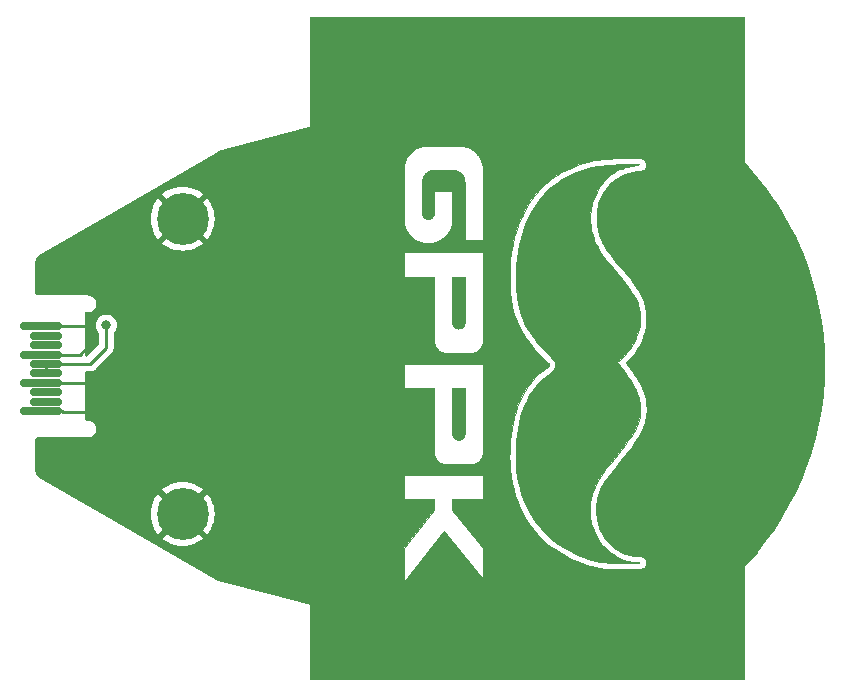
<source format=gtl>
G04 #@! TF.GenerationSoftware,KiCad,Pcbnew,8.0.1*
G04 #@! TF.CreationDate,2024-04-08T19:57:06+01:00*
G04 #@! TF.ProjectId,hexpansion,68657870-616e-4736-996f-6e2e6b696361,rev?*
G04 #@! TF.SameCoordinates,Original*
G04 #@! TF.FileFunction,Copper,L1,Top*
G04 #@! TF.FilePolarity,Positive*
%FSLAX46Y46*%
G04 Gerber Fmt 4.6, Leading zero omitted, Abs format (unit mm)*
G04 Created by KiCad (PCBNEW 8.0.1) date 2024-04-08 19:57:06*
%MOMM*%
%LPD*%
G01*
G04 APERTURE LIST*
G04 Aperture macros list*
%AMRoundRect*
0 Rectangle with rounded corners*
0 $1 Rounding radius*
0 $2 $3 $4 $5 $6 $7 $8 $9 X,Y pos of 4 corners*
0 Add a 4 corners polygon primitive as box body*
4,1,4,$2,$3,$4,$5,$6,$7,$8,$9,$2,$3,0*
0 Add four circle primitives for the rounded corners*
1,1,$1+$1,$2,$3*
1,1,$1+$1,$4,$5*
1,1,$1+$1,$6,$7*
1,1,$1+$1,$8,$9*
0 Add four rect primitives between the rounded corners*
20,1,$1+$1,$2,$3,$4,$5,0*
20,1,$1+$1,$4,$5,$6,$7,0*
20,1,$1+$1,$6,$7,$8,$9,0*
20,1,$1+$1,$8,$9,$2,$3,0*%
G04 Aperture macros list end*
G04 #@! TA.AperFunction,Conductor*
%ADD10C,0.069899*%
G04 #@! TD*
G04 #@! TA.AperFunction,SMDPad,CuDef*
%ADD11RoundRect,0.150000X1.600000X0.150000X-1.600000X0.150000X-1.600000X-0.150000X1.600000X-0.150000X0*%
G04 #@! TD*
G04 #@! TA.AperFunction,SMDPad,CuDef*
%ADD12RoundRect,0.150000X1.200000X0.150000X-1.200000X0.150000X-1.200000X-0.150000X1.200000X-0.150000X0*%
G04 #@! TD*
G04 #@! TA.AperFunction,ComponentPad*
%ADD13C,0.700000*%
G04 #@! TD*
G04 #@! TA.AperFunction,ComponentPad*
%ADD14C,4.400000*%
G04 #@! TD*
G04 #@! TA.AperFunction,ViaPad*
%ADD15C,0.800000*%
G04 #@! TD*
G04 #@! TA.AperFunction,Conductor*
%ADD16C,0.250000*%
G04 #@! TD*
G04 APERTURE END LIST*
D10*
X160017609Y-126469803D02*
X123304611Y-126469803D01*
X123304611Y-109192299D01*
X131209549Y-109192299D01*
X131209549Y-111256264D01*
X133788208Y-111256264D01*
X133788208Y-112158012D01*
X131209549Y-115390892D01*
X131209549Y-118229477D01*
X134666183Y-113901573D01*
X137922836Y-117969543D01*
X137922836Y-115390892D01*
X135337982Y-112158012D01*
X135337982Y-111256264D01*
X137922836Y-111256264D01*
X137922836Y-109192299D01*
X131209549Y-109192299D01*
X123304611Y-109192299D01*
X123304611Y-101830994D01*
X131209549Y-101830994D01*
X133788208Y-101830994D01*
X133788208Y-107254951D01*
X133789230Y-107307663D01*
X133792862Y-107359337D01*
X133799057Y-107409981D01*
X133807327Y-107459587D01*
X133817657Y-107508682D01*
X133830582Y-107556740D01*
X133846069Y-107603767D01*
X133863647Y-107649757D01*
X133883804Y-107695236D01*
X133906540Y-107739677D01*
X133931351Y-107783089D01*
X133958740Y-107825981D01*
X133988190Y-107867828D01*
X134020218Y-107908661D01*
X134054337Y-107948448D01*
X134091019Y-107987213D01*
X134129257Y-108023903D01*
X134168533Y-108058517D01*
X134208847Y-108090042D01*
X134250183Y-108120018D01*
X134292572Y-108146889D01*
X134335968Y-108171692D01*
X134379898Y-108194428D01*
X134425369Y-108214577D01*
X134471878Y-108232147D01*
X134518906Y-108247658D01*
X134566971Y-108260582D01*
X134616577Y-108271431D01*
X134666702Y-108279701D01*
X134717865Y-108285378D01*
X134770050Y-108289001D01*
X134823288Y-108290031D01*
X136887756Y-108290031D01*
X136940979Y-108289001D01*
X136993179Y-108285378D01*
X137044342Y-108279701D01*
X137094452Y-108271431D01*
X137143555Y-108260582D01*
X137192123Y-108247658D01*
X137239151Y-108232147D01*
X137285660Y-108214577D01*
X137331131Y-108194428D01*
X137375061Y-108171692D01*
X137418472Y-108146889D01*
X137460846Y-108120018D01*
X137502182Y-108090042D01*
X137542496Y-108058517D01*
X137581772Y-108023903D01*
X137620010Y-107987213D01*
X137656693Y-107948448D01*
X137690811Y-107908661D01*
X137722839Y-107867828D01*
X137752304Y-107825981D01*
X137779678Y-107783089D01*
X137804489Y-107739677D01*
X137826721Y-107695236D01*
X137840683Y-107663712D01*
X140176437Y-107663712D01*
X140190399Y-108214577D01*
X140231735Y-108766998D01*
X140301498Y-109317360D01*
X140399170Y-109864609D01*
X140525772Y-110406181D01*
X140680801Y-110939484D01*
X140864258Y-111462959D01*
X141077164Y-111974037D01*
X141319000Y-112470650D01*
X141590301Y-112950211D01*
X141891068Y-113411171D01*
X142221802Y-113850929D01*
X142582489Y-114267441D01*
X142973175Y-114658630D01*
X143394333Y-115021400D01*
X143845978Y-115354721D01*
X144173096Y-115582611D01*
X144508987Y-115797073D01*
X144852646Y-115998093D01*
X145204041Y-116184639D01*
X145562668Y-116356720D01*
X145928024Y-116513298D01*
X146299072Y-116654900D01*
X146675262Y-116780991D01*
X147056641Y-116891060D01*
X147442139Y-116984589D01*
X147831787Y-117061073D01*
X148224014Y-117120499D01*
X148619339Y-117162361D01*
X149016724Y-117186653D01*
X149415680Y-117191811D01*
X149815643Y-117178886D01*
X149923660Y-117167526D01*
X150034241Y-117162361D01*
X150145859Y-117161842D01*
X150258514Y-117165459D01*
X150713272Y-117190262D01*
X150826431Y-117193359D01*
X150938049Y-117192848D01*
X151048645Y-117187157D01*
X151157166Y-117175278D01*
X151263626Y-117156158D01*
X151368011Y-117128250D01*
X151418640Y-117110161D01*
X151468781Y-117090012D01*
X151518387Y-117066757D01*
X151566971Y-117040916D01*
X151610367Y-117001640D01*
X151648102Y-116960823D01*
X151680130Y-116918961D01*
X151707001Y-116875549D01*
X151729218Y-116831627D01*
X151745758Y-116787193D01*
X151758163Y-116742233D01*
X151765396Y-116696747D01*
X151768494Y-116651787D01*
X151767471Y-116606323D01*
X151762299Y-116561882D01*
X151752991Y-116517441D01*
X151740082Y-116474030D01*
X151723541Y-116431648D01*
X151703384Y-116390312D01*
X151680130Y-116350517D01*
X151653778Y-116311760D01*
X151624329Y-116275589D01*
X151592285Y-116240967D01*
X151557648Y-116208412D01*
X151520966Y-116178436D01*
X151481689Y-116151047D01*
X151440353Y-116126251D01*
X151396942Y-116104538D01*
X151351990Y-116085937D01*
X151305481Y-116070953D01*
X151257416Y-116059578D01*
X151208328Y-116051826D01*
X151158203Y-116048210D01*
X151107040Y-116048210D01*
X151055359Y-116053383D01*
X151003174Y-116062683D01*
X150821777Y-116052353D01*
X150642990Y-116031158D01*
X150466766Y-116001190D01*
X150293655Y-115961403D01*
X150123642Y-115912300D01*
X149957245Y-115854942D01*
X149794968Y-115788803D01*
X149635818Y-115714378D01*
X149480789Y-115632217D01*
X149330399Y-115542824D01*
X149184158Y-115445671D01*
X149043091Y-115342308D01*
X148906662Y-115231728D01*
X148775406Y-115114937D01*
X148649307Y-114991951D01*
X148529419Y-114863274D01*
X148414688Y-114729431D01*
X148306168Y-114590424D01*
X148203857Y-114446762D01*
X148107742Y-114298447D01*
X148018341Y-114146004D01*
X147936173Y-113989418D01*
X147860718Y-113829742D01*
X147793030Y-113666451D01*
X147732056Y-113500053D01*
X147679352Y-113331581D01*
X147634384Y-113160019D01*
X147597702Y-112986900D01*
X147569275Y-112812241D01*
X147549637Y-112636017D01*
X147538788Y-112458252D01*
X147536713Y-112279968D01*
X147529480Y-112010223D01*
X147542404Y-111744598D01*
X147573410Y-111482597D01*
X147621979Y-111224739D01*
X147686569Y-110971001D01*
X147766678Y-110721413D01*
X147861252Y-110476982D01*
X147968735Y-110237198D01*
X148088623Y-110002068D01*
X148219360Y-109772110D01*
X148360428Y-109547317D01*
X148509781Y-109328209D01*
X148667389Y-109114273D01*
X148831726Y-108906532D01*
X149001740Y-108704483D01*
X149176926Y-108508110D01*
X149390350Y-108226990D01*
X149612045Y-107945869D01*
X150066788Y-107378464D01*
X150293137Y-107091141D01*
X150515350Y-106799683D01*
X150729279Y-106503578D01*
X150932373Y-106202301D01*
X151121002Y-105895348D01*
X151292557Y-105580643D01*
X151443970Y-105258690D01*
X151510635Y-105094360D01*
X151571609Y-104927452D01*
X151625351Y-104758461D01*
X151672379Y-104587410D01*
X151711655Y-104413261D01*
X151743179Y-104237053D01*
X151766434Y-104057732D01*
X151780899Y-103875313D01*
X151786072Y-103689789D01*
X151782455Y-103501694D01*
X151770569Y-103278969D01*
X151743179Y-103016449D01*
X151699768Y-102760651D01*
X151641373Y-102511063D01*
X151568512Y-102267662D01*
X151482208Y-102029427D01*
X151384552Y-101796890D01*
X151276535Y-101568993D01*
X151158722Y-101345238D01*
X151032623Y-101126129D01*
X150898788Y-100910118D01*
X150759781Y-100698250D01*
X150615601Y-100488960D01*
X150316910Y-100078133D01*
X150013061Y-99675056D01*
X150156708Y-99547409D01*
X150295212Y-99413567D01*
X150428528Y-99274559D01*
X150556168Y-99130898D01*
X150795441Y-98829109D01*
X151011429Y-98509750D01*
X151203156Y-98175919D01*
X151369553Y-97829170D01*
X151509079Y-97471573D01*
X151568512Y-97289154D01*
X151620712Y-97104668D01*
X151666168Y-96919151D01*
X151703903Y-96731560D01*
X151733871Y-96543465D01*
X151756622Y-96354324D01*
X151771088Y-96164154D01*
X151777802Y-95973984D01*
X151776260Y-95783821D01*
X151766937Y-95593651D01*
X151748871Y-95403481D01*
X151722504Y-95214340D01*
X151686859Y-95026238D01*
X151642929Y-94839691D01*
X151590210Y-94654175D01*
X151527679Y-94470200D01*
X151456375Y-94288300D01*
X151375748Y-94108986D01*
X151213501Y-93797890D01*
X151037277Y-93496620D01*
X150847626Y-93204132D01*
X150647125Y-92918877D01*
X150437317Y-92640343D01*
X150220276Y-92365936D01*
X149772751Y-91827469D01*
X149318512Y-91292618D01*
X148873581Y-90752083D01*
X148658615Y-90476646D01*
X148451904Y-90195526D01*
X148255020Y-89908211D01*
X148070007Y-89612618D01*
X147979584Y-89432785D01*
X147897934Y-89248299D01*
X147760468Y-88866928D01*
X147657639Y-88471603D01*
X147588898Y-88066460D01*
X147555313Y-87656151D01*
X147556351Y-87244286D01*
X147593048Y-86835007D01*
X147665390Y-86431931D01*
X147714478Y-86234016D01*
X147772873Y-86039192D01*
X147840576Y-85847473D01*
X147916534Y-85660400D01*
X148002319Y-85477989D01*
X148096878Y-85300217D01*
X148200241Y-85128136D01*
X148312897Y-84962257D01*
X148434860Y-84802574D01*
X148566116Y-84650131D01*
X148706161Y-84505440D01*
X148855499Y-84368492D01*
X149014145Y-84240334D01*
X149182098Y-84120964D01*
X149359345Y-84011414D01*
X149546417Y-83911674D01*
X149661133Y-83845528D01*
X149778427Y-83788170D01*
X149897812Y-83738045D01*
X150019760Y-83694633D01*
X150143799Y-83656906D01*
X150268845Y-83624351D01*
X150395462Y-83595932D01*
X150523102Y-83570091D01*
X151035217Y-83481209D01*
X151288940Y-83432114D01*
X151413483Y-83403694D01*
X151536987Y-83370621D01*
X151581940Y-83334969D01*
X151621231Y-83296722D01*
X151655319Y-83256416D01*
X151683746Y-83214043D01*
X151707001Y-83170120D01*
X151725601Y-83124641D01*
X151739044Y-83078651D01*
X151747818Y-83031624D01*
X151752472Y-82984085D01*
X151752472Y-82936020D01*
X151748352Y-82888481D01*
X151740082Y-82840935D01*
X151728195Y-82793915D01*
X151712692Y-82747925D01*
X151693054Y-82702965D01*
X151670837Y-82659554D01*
X151644989Y-82617699D01*
X151616058Y-82577904D01*
X151584534Y-82540184D01*
X151549911Y-82505554D01*
X151512711Y-82473000D01*
X151473419Y-82444061D01*
X151432083Y-82418228D01*
X151388168Y-82396004D01*
X151342682Y-82377914D01*
X151295654Y-82363449D01*
X151246567Y-82354149D01*
X151196442Y-82348976D01*
X151145279Y-82348976D01*
X151092575Y-82354149D01*
X151038818Y-82365517D01*
X150985092Y-82382050D01*
X150324661Y-82368614D01*
X149663208Y-82368095D01*
X149002258Y-82388252D01*
X148672562Y-82407372D01*
X148343903Y-82433731D01*
X148016281Y-82468864D01*
X147689682Y-82512794D01*
X147365158Y-82566536D01*
X147042175Y-82630615D01*
X146721771Y-82706062D01*
X146402939Y-82793915D01*
X146087189Y-82894684D01*
X145774551Y-83009399D01*
X145577667Y-83084854D01*
X145378708Y-83168053D01*
X145178207Y-83257965D01*
X144976151Y-83355118D01*
X144774612Y-83458984D01*
X144573074Y-83569061D01*
X144372559Y-83685844D01*
X144174652Y-83808838D01*
X143979309Y-83938026D01*
X143787598Y-84072388D01*
X143599487Y-84212952D01*
X143417069Y-84359192D01*
X143240341Y-84510086D01*
X143069809Y-84666664D01*
X142905991Y-84828415D01*
X142750961Y-84994293D01*
X142321014Y-85503822D01*
X141933441Y-86039711D01*
X141588242Y-86599365D01*
X141283356Y-87180725D01*
X141018250Y-87781204D01*
X140791397Y-88397705D01*
X140602249Y-89028671D01*
X140449814Y-89671013D01*
X140333023Y-90322136D01*
X140250336Y-90979973D01*
X140200729Y-91641953D01*
X140183670Y-92305992D01*
X140186264Y-92417618D01*
X140198151Y-92968483D01*
X140242584Y-93627876D01*
X140315964Y-94281586D01*
X140417770Y-94927025D01*
X140492706Y-95275322D01*
X140587784Y-95615349D01*
X140701996Y-95946594D01*
X140834290Y-96270096D01*
X140982590Y-96585320D01*
X141146408Y-96893311D01*
X141323654Y-97194069D01*
X141514343Y-97487587D01*
X141715881Y-97774391D01*
X141928268Y-98054482D01*
X142149445Y-98328361D01*
X142378372Y-98596565D01*
X142613510Y-98858566D01*
X142854309Y-99114883D01*
X143346802Y-99612526D01*
X143397430Y-99648178D01*
X143438782Y-99683319D01*
X143472366Y-99717430D01*
X143497162Y-99751015D01*
X143514740Y-99784088D01*
X143525589Y-99816643D01*
X143529205Y-99848686D01*
X143526627Y-99880211D01*
X143518356Y-99911217D01*
X143504410Y-99941704D01*
X143485291Y-99972191D01*
X143462021Y-100002159D01*
X143434647Y-100031616D01*
X143403641Y-100061081D01*
X143332321Y-100119987D01*
X143251709Y-100177856D01*
X143164886Y-100235741D01*
X142988159Y-100353050D01*
X142904953Y-100412483D01*
X142830032Y-100473450D01*
X142796951Y-100504463D01*
X142766983Y-100535980D01*
X142740631Y-100567497D01*
X142718918Y-100600059D01*
X142534958Y-100764908D01*
X142359253Y-100935959D01*
X142192337Y-101113213D01*
X142033173Y-101295631D01*
X141882278Y-101483727D01*
X141739136Y-101676483D01*
X141475586Y-102076973D01*
X141240982Y-102495041D01*
X141034271Y-102928078D01*
X140853912Y-103374573D01*
X140697861Y-103832939D01*
X140565567Y-104300087D01*
X140454971Y-104775002D01*
X140365570Y-105254562D01*
X140294785Y-105738251D01*
X140242081Y-106222458D01*
X140205902Y-106706673D01*
X140184189Y-107187263D01*
X140176437Y-107663712D01*
X137840683Y-107663712D01*
X137846863Y-107649757D01*
X137864960Y-107603767D01*
X137879944Y-107556740D01*
X137893372Y-107508682D01*
X137903717Y-107459587D01*
X137911987Y-107409981D01*
X137918182Y-107359337D01*
X137921280Y-107307663D01*
X137922836Y-107254951D01*
X137922836Y-99767036D01*
X131209549Y-99767036D01*
X131209549Y-101830994D01*
X123304611Y-101830994D01*
X123304611Y-99767036D01*
X123304611Y-90341774D01*
X131209549Y-90341774D01*
X131209549Y-92406242D01*
X133788208Y-92406242D01*
X133788208Y-97829689D01*
X133789230Y-97882401D01*
X133792862Y-97934074D01*
X133799057Y-97984718D01*
X133807327Y-98034843D01*
X133817657Y-98083420D01*
X133830582Y-98131477D01*
X133846069Y-98178505D01*
X133863647Y-98225014D01*
X133883804Y-98269974D01*
X133906540Y-98314415D01*
X133931351Y-98358337D01*
X133958740Y-98400711D01*
X133988190Y-98442574D01*
X134020218Y-98483391D01*
X134054337Y-98523186D01*
X134091019Y-98562462D01*
X134129257Y-98599152D01*
X134168533Y-98633255D01*
X134208847Y-98665298D01*
X134250183Y-98694748D01*
X134292572Y-98722137D01*
X134335968Y-98746941D01*
X134379898Y-98769165D01*
X134425369Y-98789322D01*
X134471878Y-98806892D01*
X134518906Y-98822395D01*
X134566971Y-98835312D01*
X134616577Y-98846161D01*
X134666702Y-98854431D01*
X134717865Y-98860115D01*
X134770050Y-98863731D01*
X134823288Y-98864769D01*
X136887756Y-98864769D01*
X136940979Y-98863731D01*
X136993179Y-98860115D01*
X137044342Y-98854431D01*
X137094452Y-98846161D01*
X137143555Y-98835312D01*
X137192123Y-98822395D01*
X137239151Y-98806892D01*
X137285660Y-98789322D01*
X137331131Y-98769165D01*
X137375061Y-98746941D01*
X137418472Y-98722137D01*
X137460846Y-98694748D01*
X137502182Y-98665298D01*
X137542496Y-98633255D01*
X137581772Y-98599152D01*
X137620010Y-98562462D01*
X137656693Y-98523186D01*
X137690811Y-98483391D01*
X137722839Y-98442574D01*
X137752304Y-98400711D01*
X137779678Y-98358337D01*
X137804489Y-98314415D01*
X137826721Y-98269974D01*
X137846863Y-98225014D01*
X137864960Y-98178505D01*
X137879944Y-98131477D01*
X137893372Y-98083420D01*
X137903717Y-98034843D01*
X137911987Y-97984718D01*
X137918182Y-97934074D01*
X137921280Y-97882401D01*
X137922836Y-97829689D01*
X137922836Y-90341774D01*
X131209549Y-90341774D01*
X123304611Y-90341774D01*
X123304611Y-87502670D01*
X131209549Y-87502670D01*
X131212128Y-87608604D01*
X131218842Y-87712479D01*
X131230728Y-87814278D01*
X131247269Y-87914017D01*
X131268448Y-88012199D01*
X131294815Y-88108315D01*
X131325302Y-88202370D01*
X131360962Y-88294350D01*
X131401260Y-88384270D01*
X131446228Y-88472633D01*
X131495834Y-88558937D01*
X131550095Y-88643684D01*
X131609009Y-88725853D01*
X131673080Y-88806465D01*
X131741821Y-88885017D01*
X131814682Y-88961494D01*
X131890640Y-89034874D01*
X131968674Y-89103607D01*
X132048782Y-89167168D01*
X132130936Y-89226593D01*
X132214661Y-89280853D01*
X132300949Y-89330467D01*
X132389328Y-89375420D01*
X132479233Y-89415733D01*
X132571228Y-89451385D01*
X132665787Y-89481880D01*
X132761902Y-89507713D01*
X132860092Y-89529419D01*
X132960342Y-89545952D01*
X133062668Y-89557838D01*
X133167053Y-89564560D01*
X133273499Y-89567146D01*
X133379440Y-89564560D01*
X133483322Y-89557838D01*
X133585114Y-89545952D01*
X133684845Y-89529419D01*
X133783035Y-89507713D01*
X133879150Y-89481880D01*
X133973206Y-89451385D01*
X134065186Y-89415733D01*
X134155624Y-89375420D01*
X134243469Y-89330467D01*
X134329773Y-89280853D01*
X134414520Y-89226593D01*
X134496689Y-89167168D01*
X134577301Y-89103607D01*
X134655838Y-89034874D01*
X134732330Y-88961494D01*
X134805710Y-88885017D01*
X134874435Y-88806465D01*
X134938522Y-88725853D01*
X134997421Y-88643684D01*
X135051681Y-88558937D01*
X135101288Y-88472633D01*
X135146255Y-88384270D01*
X135186569Y-88294350D01*
X135222229Y-88202370D01*
X135252716Y-88108315D01*
X135278549Y-88012199D01*
X135300247Y-87914017D01*
X135316788Y-87814278D01*
X135328674Y-87712479D01*
X135335388Y-87608604D01*
X135337982Y-87502670D01*
X135337982Y-85178261D01*
X133788208Y-85178261D01*
X133788208Y-86982285D01*
X133787689Y-87008644D01*
X133786133Y-87034477D01*
X133783035Y-87059799D01*
X133778900Y-87084610D01*
X133773727Y-87109413D01*
X133767014Y-87133698D01*
X133759262Y-87156952D01*
X133750473Y-87180725D01*
X133740143Y-87203461D01*
X133729294Y-87225685D01*
X133716888Y-87247902D01*
X133702942Y-87269608D01*
X133688461Y-87290794D01*
X133672440Y-87311462D01*
X133655395Y-87331619D01*
X133636780Y-87351257D01*
X133617661Y-87369858D01*
X133598038Y-87386917D01*
X133577881Y-87402931D01*
X133557724Y-87417923D01*
X133536530Y-87431358D01*
X133514832Y-87443756D01*
X133493118Y-87455124D01*
X133470398Y-87464943D01*
X133447662Y-87473732D01*
X133423889Y-87481483D01*
X133400116Y-87488197D01*
X133375824Y-87493370D01*
X133351013Y-87497505D01*
X133325699Y-87500603D01*
X133299850Y-87502152D01*
X133273499Y-87502670D01*
X133247665Y-87502152D01*
X133221832Y-87500603D01*
X133195984Y-87497505D01*
X133171188Y-87493370D01*
X133146378Y-87488197D01*
X133122604Y-87481483D01*
X133098831Y-87473732D01*
X133075592Y-87464943D01*
X133052322Y-87455124D01*
X133030106Y-87443756D01*
X133008408Y-87431358D01*
X132986694Y-87417923D01*
X132965515Y-87402931D01*
X132944839Y-87386917D01*
X132924179Y-87369858D01*
X132904541Y-87351257D01*
X132886963Y-87331619D01*
X132870422Y-87311462D01*
X132854919Y-87290794D01*
X132840973Y-87269608D01*
X132828049Y-87247902D01*
X132815659Y-87225685D01*
X132805313Y-87203461D01*
X132795502Y-87180725D01*
X132787231Y-87156952D01*
X132779480Y-87133698D01*
X132773270Y-87109413D01*
X132768112Y-87084610D01*
X132764496Y-87059799D01*
X132761398Y-87034477D01*
X132759842Y-87008644D01*
X132759323Y-86982285D01*
X132759323Y-84403633D01*
X132760361Y-84350410D01*
X132763977Y-84298218D01*
X132769653Y-84247055D01*
X132777924Y-84196411D01*
X132788269Y-84147316D01*
X132800659Y-84099258D01*
X132816162Y-84051720D01*
X132833221Y-84005722D01*
X132852860Y-83960251D01*
X132875076Y-83915810D01*
X132899368Y-83872917D01*
X132926239Y-83830544D01*
X132955170Y-83789200D01*
X132986191Y-83748894D01*
X133019775Y-83709618D01*
X133055939Y-83670860D01*
X133094711Y-83634171D01*
X133135010Y-83600067D01*
X133175842Y-83568024D01*
X133217178Y-83538567D01*
X133260071Y-83511696D01*
X133303482Y-83486374D01*
X133347916Y-83464157D01*
X133393402Y-83444000D01*
X133439392Y-83426430D01*
X133486420Y-83410927D01*
X133534470Y-83398010D01*
X133583557Y-83387161D01*
X133633179Y-83378891D01*
X133684341Y-83373207D01*
X133736008Y-83369591D01*
X133788208Y-83368553D01*
X135337982Y-83368553D01*
X135391205Y-83369591D01*
X135443390Y-83373207D01*
X135494553Y-83378891D01*
X135544678Y-83387161D01*
X135594299Y-83398010D01*
X135642349Y-83410927D01*
X135689896Y-83426430D01*
X135735886Y-83444000D01*
X135781372Y-83464157D01*
X135825287Y-83486374D01*
X135868698Y-83511696D01*
X135911072Y-83538567D01*
X135952408Y-83568024D01*
X135992722Y-83600067D01*
X136031998Y-83634171D01*
X136070236Y-83670860D01*
X136106918Y-83709618D01*
X136141022Y-83748894D01*
X136173065Y-83789200D01*
X136203049Y-83830544D01*
X136229919Y-83872917D01*
X136254715Y-83915810D01*
X136277451Y-83960251D01*
X136297607Y-84005722D01*
X136315170Y-84051720D01*
X136330688Y-84099258D01*
X136343597Y-84147316D01*
X136353928Y-84196411D01*
X136362198Y-84247055D01*
X136368408Y-84298218D01*
X136372025Y-84350410D01*
X136373062Y-84403633D01*
X136373062Y-89306694D01*
X137922836Y-89306694D01*
X137922836Y-83368553D01*
X137920242Y-83262619D01*
X137913528Y-83158745D01*
X137901123Y-83056946D01*
X137885101Y-82957207D01*
X137863403Y-82859024D01*
X137837570Y-82763428D01*
X137807068Y-82668854D01*
X137771423Y-82576874D01*
X137731110Y-82486954D01*
X137686157Y-82398590D01*
X137636551Y-82312286D01*
X137582291Y-82227539D01*
X137522858Y-82145370D01*
X137459290Y-82064758D01*
X137390564Y-81986214D01*
X137317184Y-81909729D01*
X137240707Y-81836350D01*
X137162155Y-81767616D01*
X137081543Y-81704056D01*
X136999374Y-81644630D01*
X136914627Y-81590370D01*
X136828323Y-81540756D01*
X136739960Y-81495804D01*
X136650040Y-81455490D01*
X136558060Y-81420357D01*
X136464005Y-81389343D01*
X136367889Y-81363510D01*
X136269699Y-81341804D01*
X136169968Y-81325272D01*
X136068161Y-81313385D01*
X135964294Y-81306664D01*
X135858353Y-81304085D01*
X133273499Y-81304085D01*
X133168091Y-81306664D01*
X133064209Y-81313385D01*
X132962418Y-81325272D01*
X132862671Y-81341804D01*
X132764496Y-81363510D01*
X132668381Y-81389343D01*
X132574326Y-81420357D01*
X132482330Y-81455490D01*
X132391907Y-81495804D01*
X132303528Y-81540756D01*
X132217239Y-81590370D01*
X132133011Y-81644630D01*
X132050842Y-81704056D01*
X131970230Y-81767616D01*
X131891678Y-81836350D01*
X131814682Y-81909729D01*
X131741821Y-81985695D01*
X131673080Y-82063210D01*
X131609009Y-82143303D01*
X131550095Y-82225472D01*
X131495834Y-82309708D01*
X131446228Y-82395485D01*
X131401260Y-82483856D01*
X131360962Y-82573769D01*
X131325302Y-82666275D01*
X131294815Y-82760323D01*
X131268448Y-82856438D01*
X131247269Y-82955147D01*
X131230728Y-83055397D01*
X131218842Y-83157715D01*
X131212128Y-83262100D01*
X131209549Y-83368553D01*
X131209549Y-87502670D01*
X123304611Y-87502670D01*
X123304611Y-70387436D01*
X160017609Y-70387436D01*
X160017609Y-126469803D01*
G04 #@! TA.AperFunction,Conductor*
G36*
X160017609Y-126469803D02*
G01*
X123304611Y-126469803D01*
X123304611Y-109192299D01*
X131209549Y-109192299D01*
X131209549Y-111256264D01*
X133788208Y-111256264D01*
X133788208Y-112158012D01*
X131209549Y-115390892D01*
X131209549Y-118229477D01*
X134666183Y-113901573D01*
X137922836Y-117969543D01*
X137922836Y-115390892D01*
X135337982Y-112158012D01*
X135337982Y-111256264D01*
X137922836Y-111256264D01*
X137922836Y-109192299D01*
X131209549Y-109192299D01*
X123304611Y-109192299D01*
X123304611Y-101830994D01*
X131209549Y-101830994D01*
X133788208Y-101830994D01*
X133788208Y-107254951D01*
X133789230Y-107307663D01*
X133792862Y-107359337D01*
X133799057Y-107409981D01*
X133807327Y-107459587D01*
X133817657Y-107508682D01*
X133830582Y-107556740D01*
X133846069Y-107603767D01*
X133863647Y-107649757D01*
X133883804Y-107695236D01*
X133906540Y-107739677D01*
X133931351Y-107783089D01*
X133958740Y-107825981D01*
X133988190Y-107867828D01*
X134020218Y-107908661D01*
X134054337Y-107948448D01*
X134091019Y-107987213D01*
X134129257Y-108023903D01*
X134168533Y-108058517D01*
X134208847Y-108090042D01*
X134250183Y-108120018D01*
X134292572Y-108146889D01*
X134335968Y-108171692D01*
X134379898Y-108194428D01*
X134425369Y-108214577D01*
X134471878Y-108232147D01*
X134518906Y-108247658D01*
X134566971Y-108260582D01*
X134616577Y-108271431D01*
X134666702Y-108279701D01*
X134717865Y-108285378D01*
X134770050Y-108289001D01*
X134823288Y-108290031D01*
X136887756Y-108290031D01*
X136940979Y-108289001D01*
X136993179Y-108285378D01*
X137044342Y-108279701D01*
X137094452Y-108271431D01*
X137143555Y-108260582D01*
X137192123Y-108247658D01*
X137239151Y-108232147D01*
X137285660Y-108214577D01*
X137331131Y-108194428D01*
X137375061Y-108171692D01*
X137418472Y-108146889D01*
X137460846Y-108120018D01*
X137502182Y-108090042D01*
X137542496Y-108058517D01*
X137581772Y-108023903D01*
X137620010Y-107987213D01*
X137656693Y-107948448D01*
X137690811Y-107908661D01*
X137722839Y-107867828D01*
X137752304Y-107825981D01*
X137779678Y-107783089D01*
X137804489Y-107739677D01*
X137826721Y-107695236D01*
X137840683Y-107663712D01*
X140176437Y-107663712D01*
X140190399Y-108214577D01*
X140231735Y-108766998D01*
X140301498Y-109317360D01*
X140399170Y-109864609D01*
X140525772Y-110406181D01*
X140680801Y-110939484D01*
X140864258Y-111462959D01*
X141077164Y-111974037D01*
X141319000Y-112470650D01*
X141590301Y-112950211D01*
X141891068Y-113411171D01*
X142221802Y-113850929D01*
X142582489Y-114267441D01*
X142973175Y-114658630D01*
X143394333Y-115021400D01*
X143845978Y-115354721D01*
X144173096Y-115582611D01*
X144508987Y-115797073D01*
X144852646Y-115998093D01*
X145204041Y-116184639D01*
X145562668Y-116356720D01*
X145928024Y-116513298D01*
X146299072Y-116654900D01*
X146675262Y-116780991D01*
X147056641Y-116891060D01*
X147442139Y-116984589D01*
X147831787Y-117061073D01*
X148224014Y-117120499D01*
X148619339Y-117162361D01*
X149016724Y-117186653D01*
X149415680Y-117191811D01*
X149815643Y-117178886D01*
X149923660Y-117167526D01*
X150034241Y-117162361D01*
X150145859Y-117161842D01*
X150258514Y-117165459D01*
X150713272Y-117190262D01*
X150826431Y-117193359D01*
X150938049Y-117192848D01*
X151048645Y-117187157D01*
X151157166Y-117175278D01*
X151263626Y-117156158D01*
X151368011Y-117128250D01*
X151418640Y-117110161D01*
X151468781Y-117090012D01*
X151518387Y-117066757D01*
X151566971Y-117040916D01*
X151610367Y-117001640D01*
X151648102Y-116960823D01*
X151680130Y-116918961D01*
X151707001Y-116875549D01*
X151729218Y-116831627D01*
X151745758Y-116787193D01*
X151758163Y-116742233D01*
X151765396Y-116696747D01*
X151768494Y-116651787D01*
X151767471Y-116606323D01*
X151762299Y-116561882D01*
X151752991Y-116517441D01*
X151740082Y-116474030D01*
X151723541Y-116431648D01*
X151703384Y-116390312D01*
X151680130Y-116350517D01*
X151653778Y-116311760D01*
X151624329Y-116275589D01*
X151592285Y-116240967D01*
X151557648Y-116208412D01*
X151520966Y-116178436D01*
X151481689Y-116151047D01*
X151440353Y-116126251D01*
X151396942Y-116104538D01*
X151351990Y-116085937D01*
X151305481Y-116070953D01*
X151257416Y-116059578D01*
X151208328Y-116051826D01*
X151158203Y-116048210D01*
X151107040Y-116048210D01*
X151055359Y-116053383D01*
X151003174Y-116062683D01*
X150821777Y-116052353D01*
X150642990Y-116031158D01*
X150466766Y-116001190D01*
X150293655Y-115961403D01*
X150123642Y-115912300D01*
X149957245Y-115854942D01*
X149794968Y-115788803D01*
X149635818Y-115714378D01*
X149480789Y-115632217D01*
X149330399Y-115542824D01*
X149184158Y-115445671D01*
X149043091Y-115342308D01*
X148906662Y-115231728D01*
X148775406Y-115114937D01*
X148649307Y-114991951D01*
X148529419Y-114863274D01*
X148414688Y-114729431D01*
X148306168Y-114590424D01*
X148203857Y-114446762D01*
X148107742Y-114298447D01*
X148018341Y-114146004D01*
X147936173Y-113989418D01*
X147860718Y-113829742D01*
X147793030Y-113666451D01*
X147732056Y-113500053D01*
X147679352Y-113331581D01*
X147634384Y-113160019D01*
X147597702Y-112986900D01*
X147569275Y-112812241D01*
X147549637Y-112636017D01*
X147538788Y-112458252D01*
X147536713Y-112279968D01*
X147529480Y-112010223D01*
X147542404Y-111744598D01*
X147573410Y-111482597D01*
X147621979Y-111224739D01*
X147686569Y-110971001D01*
X147766678Y-110721413D01*
X147861252Y-110476982D01*
X147968735Y-110237198D01*
X148088623Y-110002068D01*
X148219360Y-109772110D01*
X148360428Y-109547317D01*
X148509781Y-109328209D01*
X148667389Y-109114273D01*
X148831726Y-108906532D01*
X149001740Y-108704483D01*
X149176926Y-108508110D01*
X149390350Y-108226990D01*
X149612045Y-107945869D01*
X150066788Y-107378464D01*
X150293137Y-107091141D01*
X150515350Y-106799683D01*
X150729279Y-106503578D01*
X150932373Y-106202301D01*
X151121002Y-105895348D01*
X151292557Y-105580643D01*
X151443970Y-105258690D01*
X151510635Y-105094360D01*
X151571609Y-104927452D01*
X151625351Y-104758461D01*
X151672379Y-104587410D01*
X151711655Y-104413261D01*
X151743179Y-104237053D01*
X151766434Y-104057732D01*
X151780899Y-103875313D01*
X151786072Y-103689789D01*
X151782455Y-103501694D01*
X151770569Y-103278969D01*
X151743179Y-103016449D01*
X151699768Y-102760651D01*
X151641373Y-102511063D01*
X151568512Y-102267662D01*
X151482208Y-102029427D01*
X151384552Y-101796890D01*
X151276535Y-101568993D01*
X151158722Y-101345238D01*
X151032623Y-101126129D01*
X150898788Y-100910118D01*
X150759781Y-100698250D01*
X150615601Y-100488960D01*
X150316910Y-100078133D01*
X150013061Y-99675056D01*
X150156708Y-99547409D01*
X150295212Y-99413567D01*
X150428528Y-99274559D01*
X150556168Y-99130898D01*
X150795441Y-98829109D01*
X151011429Y-98509750D01*
X151203156Y-98175919D01*
X151369553Y-97829170D01*
X151509079Y-97471573D01*
X151568512Y-97289154D01*
X151620712Y-97104668D01*
X151666168Y-96919151D01*
X151703903Y-96731560D01*
X151733871Y-96543465D01*
X151756622Y-96354324D01*
X151771088Y-96164154D01*
X151777802Y-95973984D01*
X151776260Y-95783821D01*
X151766937Y-95593651D01*
X151748871Y-95403481D01*
X151722504Y-95214340D01*
X151686859Y-95026238D01*
X151642929Y-94839691D01*
X151590210Y-94654175D01*
X151527679Y-94470200D01*
X151456375Y-94288300D01*
X151375748Y-94108986D01*
X151213501Y-93797890D01*
X151037277Y-93496620D01*
X150847626Y-93204132D01*
X150647125Y-92918877D01*
X150437317Y-92640343D01*
X150220276Y-92365936D01*
X149772751Y-91827469D01*
X149318512Y-91292618D01*
X148873581Y-90752083D01*
X148658615Y-90476646D01*
X148451904Y-90195526D01*
X148255020Y-89908211D01*
X148070007Y-89612618D01*
X147979584Y-89432785D01*
X147897934Y-89248299D01*
X147760468Y-88866928D01*
X147657639Y-88471603D01*
X147588898Y-88066460D01*
X147555313Y-87656151D01*
X147556351Y-87244286D01*
X147593048Y-86835007D01*
X147665390Y-86431931D01*
X147714478Y-86234016D01*
X147772873Y-86039192D01*
X147840576Y-85847473D01*
X147916534Y-85660400D01*
X148002319Y-85477989D01*
X148096878Y-85300217D01*
X148200241Y-85128136D01*
X148312897Y-84962257D01*
X148434860Y-84802574D01*
X148566116Y-84650131D01*
X148706161Y-84505440D01*
X148855499Y-84368492D01*
X149014145Y-84240334D01*
X149182098Y-84120964D01*
X149359345Y-84011414D01*
X149546417Y-83911674D01*
X149661133Y-83845528D01*
X149778427Y-83788170D01*
X149897812Y-83738045D01*
X150019760Y-83694633D01*
X150143799Y-83656906D01*
X150268845Y-83624351D01*
X150395462Y-83595932D01*
X150523102Y-83570091D01*
X151035217Y-83481209D01*
X151288940Y-83432114D01*
X151413483Y-83403694D01*
X151536987Y-83370621D01*
X151581940Y-83334969D01*
X151621231Y-83296722D01*
X151655319Y-83256416D01*
X151683746Y-83214043D01*
X151707001Y-83170120D01*
X151725601Y-83124641D01*
X151739044Y-83078651D01*
X151747818Y-83031624D01*
X151752472Y-82984085D01*
X151752472Y-82936020D01*
X151748352Y-82888481D01*
X151740082Y-82840935D01*
X151728195Y-82793915D01*
X151712692Y-82747925D01*
X151693054Y-82702965D01*
X151670837Y-82659554D01*
X151644989Y-82617699D01*
X151616058Y-82577904D01*
X151584534Y-82540184D01*
X151549911Y-82505554D01*
X151512711Y-82473000D01*
X151473419Y-82444061D01*
X151432083Y-82418228D01*
X151388168Y-82396004D01*
X151342682Y-82377914D01*
X151295654Y-82363449D01*
X151246567Y-82354149D01*
X151196442Y-82348976D01*
X151145279Y-82348976D01*
X151092575Y-82354149D01*
X151038818Y-82365517D01*
X150985092Y-82382050D01*
X150324661Y-82368614D01*
X149663208Y-82368095D01*
X149002258Y-82388252D01*
X148672562Y-82407372D01*
X148343903Y-82433731D01*
X148016281Y-82468864D01*
X147689682Y-82512794D01*
X147365158Y-82566536D01*
X147042175Y-82630615D01*
X146721771Y-82706062D01*
X146402939Y-82793915D01*
X146087189Y-82894684D01*
X145774551Y-83009399D01*
X145577667Y-83084854D01*
X145378708Y-83168053D01*
X145178207Y-83257965D01*
X144976151Y-83355118D01*
X144774612Y-83458984D01*
X144573074Y-83569061D01*
X144372559Y-83685844D01*
X144174652Y-83808838D01*
X143979309Y-83938026D01*
X143787598Y-84072388D01*
X143599487Y-84212952D01*
X143417069Y-84359192D01*
X143240341Y-84510086D01*
X143069809Y-84666664D01*
X142905991Y-84828415D01*
X142750961Y-84994293D01*
X142321014Y-85503822D01*
X141933441Y-86039711D01*
X141588242Y-86599365D01*
X141283356Y-87180725D01*
X141018250Y-87781204D01*
X140791397Y-88397705D01*
X140602249Y-89028671D01*
X140449814Y-89671013D01*
X140333023Y-90322136D01*
X140250336Y-90979973D01*
X140200729Y-91641953D01*
X140183670Y-92305992D01*
X140186264Y-92417618D01*
X140198151Y-92968483D01*
X140242584Y-93627876D01*
X140315964Y-94281586D01*
X140417770Y-94927025D01*
X140492706Y-95275322D01*
X140587784Y-95615349D01*
X140701996Y-95946594D01*
X140834290Y-96270096D01*
X140982590Y-96585320D01*
X141146408Y-96893311D01*
X141323654Y-97194069D01*
X141514343Y-97487587D01*
X141715881Y-97774391D01*
X141928268Y-98054482D01*
X142149445Y-98328361D01*
X142378372Y-98596565D01*
X142613510Y-98858566D01*
X142854309Y-99114883D01*
X143346802Y-99612526D01*
X143397430Y-99648178D01*
X143438782Y-99683319D01*
X143472366Y-99717430D01*
X143497162Y-99751015D01*
X143514740Y-99784088D01*
X143525589Y-99816643D01*
X143529205Y-99848686D01*
X143526627Y-99880211D01*
X143518356Y-99911217D01*
X143504410Y-99941704D01*
X143485291Y-99972191D01*
X143462021Y-100002159D01*
X143434647Y-100031616D01*
X143403641Y-100061081D01*
X143332321Y-100119987D01*
X143251709Y-100177856D01*
X143164886Y-100235741D01*
X142988159Y-100353050D01*
X142904953Y-100412483D01*
X142830032Y-100473450D01*
X142796951Y-100504463D01*
X142766983Y-100535980D01*
X142740631Y-100567497D01*
X142718918Y-100600059D01*
X142534958Y-100764908D01*
X142359253Y-100935959D01*
X142192337Y-101113213D01*
X142033173Y-101295631D01*
X141882278Y-101483727D01*
X141739136Y-101676483D01*
X141475586Y-102076973D01*
X141240982Y-102495041D01*
X141034271Y-102928078D01*
X140853912Y-103374573D01*
X140697861Y-103832939D01*
X140565567Y-104300087D01*
X140454971Y-104775002D01*
X140365570Y-105254562D01*
X140294785Y-105738251D01*
X140242081Y-106222458D01*
X140205902Y-106706673D01*
X140184189Y-107187263D01*
X140176437Y-107663712D01*
X137840683Y-107663712D01*
X137846863Y-107649757D01*
X137864960Y-107603767D01*
X137879944Y-107556740D01*
X137893372Y-107508682D01*
X137903717Y-107459587D01*
X137911987Y-107409981D01*
X137918182Y-107359337D01*
X137921280Y-107307663D01*
X137922836Y-107254951D01*
X137922836Y-99767036D01*
X131209549Y-99767036D01*
X131209549Y-101830994D01*
X123304611Y-101830994D01*
X123304611Y-99767036D01*
X123304611Y-90341774D01*
X131209549Y-90341774D01*
X131209549Y-92406242D01*
X133788208Y-92406242D01*
X133788208Y-97829689D01*
X133789230Y-97882401D01*
X133792862Y-97934074D01*
X133799057Y-97984718D01*
X133807327Y-98034843D01*
X133817657Y-98083420D01*
X133830582Y-98131477D01*
X133846069Y-98178505D01*
X133863647Y-98225014D01*
X133883804Y-98269974D01*
X133906540Y-98314415D01*
X133931351Y-98358337D01*
X133958740Y-98400711D01*
X133988190Y-98442574D01*
X134020218Y-98483391D01*
X134054337Y-98523186D01*
X134091019Y-98562462D01*
X134129257Y-98599152D01*
X134168533Y-98633255D01*
X134208847Y-98665298D01*
X134250183Y-98694748D01*
X134292572Y-98722137D01*
X134335968Y-98746941D01*
X134379898Y-98769165D01*
X134425369Y-98789322D01*
X134471878Y-98806892D01*
X134518906Y-98822395D01*
X134566971Y-98835312D01*
X134616577Y-98846161D01*
X134666702Y-98854431D01*
X134717865Y-98860115D01*
X134770050Y-98863731D01*
X134823288Y-98864769D01*
X136887756Y-98864769D01*
X136940979Y-98863731D01*
X136993179Y-98860115D01*
X137044342Y-98854431D01*
X137094452Y-98846161D01*
X137143555Y-98835312D01*
X137192123Y-98822395D01*
X137239151Y-98806892D01*
X137285660Y-98789322D01*
X137331131Y-98769165D01*
X137375061Y-98746941D01*
X137418472Y-98722137D01*
X137460846Y-98694748D01*
X137502182Y-98665298D01*
X137542496Y-98633255D01*
X137581772Y-98599152D01*
X137620010Y-98562462D01*
X137656693Y-98523186D01*
X137690811Y-98483391D01*
X137722839Y-98442574D01*
X137752304Y-98400711D01*
X137779678Y-98358337D01*
X137804489Y-98314415D01*
X137826721Y-98269974D01*
X137846863Y-98225014D01*
X137864960Y-98178505D01*
X137879944Y-98131477D01*
X137893372Y-98083420D01*
X137903717Y-98034843D01*
X137911987Y-97984718D01*
X137918182Y-97934074D01*
X137921280Y-97882401D01*
X137922836Y-97829689D01*
X137922836Y-90341774D01*
X131209549Y-90341774D01*
X123304611Y-90341774D01*
X123304611Y-87502670D01*
X131209549Y-87502670D01*
X131212128Y-87608604D01*
X131218842Y-87712479D01*
X131230728Y-87814278D01*
X131247269Y-87914017D01*
X131268448Y-88012199D01*
X131294815Y-88108315D01*
X131325302Y-88202370D01*
X131360962Y-88294350D01*
X131401260Y-88384270D01*
X131446228Y-88472633D01*
X131495834Y-88558937D01*
X131550095Y-88643684D01*
X131609009Y-88725853D01*
X131673080Y-88806465D01*
X131741821Y-88885017D01*
X131814682Y-88961494D01*
X131890640Y-89034874D01*
X131968674Y-89103607D01*
X132048782Y-89167168D01*
X132130936Y-89226593D01*
X132214661Y-89280853D01*
X132300949Y-89330467D01*
X132389328Y-89375420D01*
X132479233Y-89415733D01*
X132571228Y-89451385D01*
X132665787Y-89481880D01*
X132761902Y-89507713D01*
X132860092Y-89529419D01*
X132960342Y-89545952D01*
X133062668Y-89557838D01*
X133167053Y-89564560D01*
X133273499Y-89567146D01*
X133379440Y-89564560D01*
X133483322Y-89557838D01*
X133585114Y-89545952D01*
X133684845Y-89529419D01*
X133783035Y-89507713D01*
X133879150Y-89481880D01*
X133973206Y-89451385D01*
X134065186Y-89415733D01*
X134155624Y-89375420D01*
X134243469Y-89330467D01*
X134329773Y-89280853D01*
X134414520Y-89226593D01*
X134496689Y-89167168D01*
X134577301Y-89103607D01*
X134655838Y-89034874D01*
X134732330Y-88961494D01*
X134805710Y-88885017D01*
X134874435Y-88806465D01*
X134938522Y-88725853D01*
X134997421Y-88643684D01*
X135051681Y-88558937D01*
X135101288Y-88472633D01*
X135146255Y-88384270D01*
X135186569Y-88294350D01*
X135222229Y-88202370D01*
X135252716Y-88108315D01*
X135278549Y-88012199D01*
X135300247Y-87914017D01*
X135316788Y-87814278D01*
X135328674Y-87712479D01*
X135335388Y-87608604D01*
X135337982Y-87502670D01*
X135337982Y-85178261D01*
X133788208Y-85178261D01*
X133788208Y-86982285D01*
X133787689Y-87008644D01*
X133786133Y-87034477D01*
X133783035Y-87059799D01*
X133778900Y-87084610D01*
X133773727Y-87109413D01*
X133767014Y-87133698D01*
X133759262Y-87156952D01*
X133750473Y-87180725D01*
X133740143Y-87203461D01*
X133729294Y-87225685D01*
X133716888Y-87247902D01*
X133702942Y-87269608D01*
X133688461Y-87290794D01*
X133672440Y-87311462D01*
X133655395Y-87331619D01*
X133636780Y-87351257D01*
X133617661Y-87369858D01*
X133598038Y-87386917D01*
X133577881Y-87402931D01*
X133557724Y-87417923D01*
X133536530Y-87431358D01*
X133514832Y-87443756D01*
X133493118Y-87455124D01*
X133470398Y-87464943D01*
X133447662Y-87473732D01*
X133423889Y-87481483D01*
X133400116Y-87488197D01*
X133375824Y-87493370D01*
X133351013Y-87497505D01*
X133325699Y-87500603D01*
X133299850Y-87502152D01*
X133273499Y-87502670D01*
X133247665Y-87502152D01*
X133221832Y-87500603D01*
X133195984Y-87497505D01*
X133171188Y-87493370D01*
X133146378Y-87488197D01*
X133122604Y-87481483D01*
X133098831Y-87473732D01*
X133075592Y-87464943D01*
X133052322Y-87455124D01*
X133030106Y-87443756D01*
X133008408Y-87431358D01*
X132986694Y-87417923D01*
X132965515Y-87402931D01*
X132944839Y-87386917D01*
X132924179Y-87369858D01*
X132904541Y-87351257D01*
X132886963Y-87331619D01*
X132870422Y-87311462D01*
X132854919Y-87290794D01*
X132840973Y-87269608D01*
X132828049Y-87247902D01*
X132815659Y-87225685D01*
X132805313Y-87203461D01*
X132795502Y-87180725D01*
X132787231Y-87156952D01*
X132779480Y-87133698D01*
X132773270Y-87109413D01*
X132768112Y-87084610D01*
X132764496Y-87059799D01*
X132761398Y-87034477D01*
X132759842Y-87008644D01*
X132759323Y-86982285D01*
X132759323Y-84403633D01*
X132760361Y-84350410D01*
X132763977Y-84298218D01*
X132769653Y-84247055D01*
X132777924Y-84196411D01*
X132788269Y-84147316D01*
X132800659Y-84099258D01*
X132816162Y-84051720D01*
X132833221Y-84005722D01*
X132852860Y-83960251D01*
X132875076Y-83915810D01*
X132899368Y-83872917D01*
X132926239Y-83830544D01*
X132955170Y-83789200D01*
X132986191Y-83748894D01*
X133019775Y-83709618D01*
X133055939Y-83670860D01*
X133094711Y-83634171D01*
X133135010Y-83600067D01*
X133175842Y-83568024D01*
X133217178Y-83538567D01*
X133260071Y-83511696D01*
X133303482Y-83486374D01*
X133347916Y-83464157D01*
X133393402Y-83444000D01*
X133439392Y-83426430D01*
X133486420Y-83410927D01*
X133534470Y-83398010D01*
X133583557Y-83387161D01*
X133633179Y-83378891D01*
X133684341Y-83373207D01*
X133736008Y-83369591D01*
X133788208Y-83368553D01*
X135337982Y-83368553D01*
X135391205Y-83369591D01*
X135443390Y-83373207D01*
X135494553Y-83378891D01*
X135544678Y-83387161D01*
X135594299Y-83398010D01*
X135642349Y-83410927D01*
X135689896Y-83426430D01*
X135735886Y-83444000D01*
X135781372Y-83464157D01*
X135825287Y-83486374D01*
X135868698Y-83511696D01*
X135911072Y-83538567D01*
X135952408Y-83568024D01*
X135992722Y-83600067D01*
X136031998Y-83634171D01*
X136070236Y-83670860D01*
X136106918Y-83709618D01*
X136141022Y-83748894D01*
X136173065Y-83789200D01*
X136203049Y-83830544D01*
X136229919Y-83872917D01*
X136254715Y-83915810D01*
X136277451Y-83960251D01*
X136297607Y-84005722D01*
X136315170Y-84051720D01*
X136330688Y-84099258D01*
X136343597Y-84147316D01*
X136353928Y-84196411D01*
X136362198Y-84247055D01*
X136368408Y-84298218D01*
X136372025Y-84350410D01*
X136373062Y-84403633D01*
X136373062Y-89306694D01*
X137922836Y-89306694D01*
X137922836Y-83368553D01*
X137920242Y-83262619D01*
X137913528Y-83158745D01*
X137901123Y-83056946D01*
X137885101Y-82957207D01*
X137863403Y-82859024D01*
X137837570Y-82763428D01*
X137807068Y-82668854D01*
X137771423Y-82576874D01*
X137731110Y-82486954D01*
X137686157Y-82398590D01*
X137636551Y-82312286D01*
X137582291Y-82227539D01*
X137522858Y-82145370D01*
X137459290Y-82064758D01*
X137390564Y-81986214D01*
X137317184Y-81909729D01*
X137240707Y-81836350D01*
X137162155Y-81767616D01*
X137081543Y-81704056D01*
X136999374Y-81644630D01*
X136914627Y-81590370D01*
X136828323Y-81540756D01*
X136739960Y-81495804D01*
X136650040Y-81455490D01*
X136558060Y-81420357D01*
X136464005Y-81389343D01*
X136367889Y-81363510D01*
X136269699Y-81341804D01*
X136169968Y-81325272D01*
X136068161Y-81313385D01*
X135964294Y-81306664D01*
X135858353Y-81304085D01*
X133273499Y-81304085D01*
X133168091Y-81306664D01*
X133064209Y-81313385D01*
X132962418Y-81325272D01*
X132862671Y-81341804D01*
X132764496Y-81363510D01*
X132668381Y-81389343D01*
X132574326Y-81420357D01*
X132482330Y-81455490D01*
X132391907Y-81495804D01*
X132303528Y-81540756D01*
X132217239Y-81590370D01*
X132133011Y-81644630D01*
X132050842Y-81704056D01*
X131970230Y-81767616D01*
X131891678Y-81836350D01*
X131814682Y-81909729D01*
X131741821Y-81985695D01*
X131673080Y-82063210D01*
X131609009Y-82143303D01*
X131550095Y-82225472D01*
X131495834Y-82309708D01*
X131446228Y-82395485D01*
X131401260Y-82483856D01*
X131360962Y-82573769D01*
X131325302Y-82666275D01*
X131294815Y-82760323D01*
X131268448Y-82856438D01*
X131247269Y-82955147D01*
X131230728Y-83055397D01*
X131218842Y-83157715D01*
X131212128Y-83262100D01*
X131209549Y-83368553D01*
X131209549Y-87502670D01*
X123304611Y-87502670D01*
X123304611Y-70387436D01*
X160017609Y-70387436D01*
X160017609Y-126469803D01*
G37*
G04 #@! TD.AperFunction*
X136373062Y-96280426D02*
X136372528Y-96306267D01*
X136370468Y-96332108D01*
X136367889Y-96357429D01*
X136363754Y-96382233D01*
X136358078Y-96406517D01*
X136351868Y-96430809D01*
X136344116Y-96454063D01*
X136335327Y-96476799D01*
X136324997Y-96499535D01*
X136313629Y-96521240D01*
X136301743Y-96542946D01*
X136287796Y-96564133D01*
X136273331Y-96584801D01*
X136257309Y-96604958D01*
X136239731Y-96624077D01*
X136221649Y-96643196D01*
X136202530Y-96661797D01*
X136182892Y-96678856D01*
X136162735Y-96694870D01*
X136142059Y-96709343D01*
X136121399Y-96723297D01*
X136099686Y-96735695D01*
X136077469Y-96747063D01*
X136055252Y-96756882D01*
X136032501Y-96765671D01*
X136008728Y-96773422D01*
X135984970Y-96780136D01*
X135960678Y-96785309D01*
X135935867Y-96789444D01*
X135910553Y-96792542D01*
X135884720Y-96794090D01*
X135858353Y-96794609D01*
X135831482Y-96794090D01*
X135805130Y-96792542D01*
X135779297Y-96789444D01*
X135753449Y-96785309D01*
X135728653Y-96780136D01*
X135704361Y-96773422D01*
X135680588Y-96765671D01*
X135657333Y-96756882D01*
X135634598Y-96747063D01*
X135611862Y-96735695D01*
X135590149Y-96723297D01*
X135568970Y-96709343D01*
X135548309Y-96694870D01*
X135528137Y-96678856D01*
X135508499Y-96661797D01*
X135489380Y-96643196D01*
X135470779Y-96624077D01*
X135453735Y-96604958D01*
X135437714Y-96584801D01*
X135422730Y-96564133D01*
X135409302Y-96542946D01*
X135396881Y-96521240D01*
X135386032Y-96499535D01*
X135375702Y-96476799D01*
X135366913Y-96454063D01*
X135359161Y-96430809D01*
X135352448Y-96406517D01*
X135347275Y-96382233D01*
X135343140Y-96357429D01*
X135340042Y-96332108D01*
X135338501Y-96306267D01*
X135337982Y-96280426D01*
X135337982Y-92406242D01*
X136373062Y-92406242D01*
X136373062Y-96280426D01*
G04 #@! TA.AperFunction,Conductor*
G36*
X136373062Y-96280426D02*
G01*
X136372528Y-96306267D01*
X136370468Y-96332108D01*
X136367889Y-96357429D01*
X136363754Y-96382233D01*
X136358078Y-96406517D01*
X136351868Y-96430809D01*
X136344116Y-96454063D01*
X136335327Y-96476799D01*
X136324997Y-96499535D01*
X136313629Y-96521240D01*
X136301743Y-96542946D01*
X136287796Y-96564133D01*
X136273331Y-96584801D01*
X136257309Y-96604958D01*
X136239731Y-96624077D01*
X136221649Y-96643196D01*
X136202530Y-96661797D01*
X136182892Y-96678856D01*
X136162735Y-96694870D01*
X136142059Y-96709343D01*
X136121399Y-96723297D01*
X136099686Y-96735695D01*
X136077469Y-96747063D01*
X136055252Y-96756882D01*
X136032501Y-96765671D01*
X136008728Y-96773422D01*
X135984970Y-96780136D01*
X135960678Y-96785309D01*
X135935867Y-96789444D01*
X135910553Y-96792542D01*
X135884720Y-96794090D01*
X135858353Y-96794609D01*
X135831482Y-96794090D01*
X135805130Y-96792542D01*
X135779297Y-96789444D01*
X135753449Y-96785309D01*
X135728653Y-96780136D01*
X135704361Y-96773422D01*
X135680588Y-96765671D01*
X135657333Y-96756882D01*
X135634598Y-96747063D01*
X135611862Y-96735695D01*
X135590149Y-96723297D01*
X135568970Y-96709343D01*
X135548309Y-96694870D01*
X135528137Y-96678856D01*
X135508499Y-96661797D01*
X135489380Y-96643196D01*
X135470779Y-96624077D01*
X135453735Y-96604958D01*
X135437714Y-96584801D01*
X135422730Y-96564133D01*
X135409302Y-96542946D01*
X135396881Y-96521240D01*
X135386032Y-96499535D01*
X135375702Y-96476799D01*
X135366913Y-96454063D01*
X135359161Y-96430809D01*
X135352448Y-96406517D01*
X135347275Y-96382233D01*
X135343140Y-96357429D01*
X135340042Y-96332108D01*
X135338501Y-96306267D01*
X135337982Y-96280426D01*
X135337982Y-92406242D01*
X136373062Y-92406242D01*
X136373062Y-96280426D01*
G37*
G04 #@! TD.AperFunction*
X136373062Y-105705177D02*
X136372528Y-105731529D01*
X136370468Y-105757370D01*
X136367889Y-105782692D01*
X136363754Y-105807503D01*
X136358078Y-105831779D01*
X136351868Y-105855553D01*
X136344116Y-105879334D01*
X136335327Y-105902061D01*
X136324997Y-105924278D01*
X136313629Y-105946503D01*
X136301743Y-105968208D01*
X136287796Y-105988876D01*
X136273331Y-106009552D01*
X136257309Y-106029701D01*
X136239731Y-106049339D01*
X136221649Y-106068459D01*
X136202530Y-106086548D01*
X136182892Y-106104118D01*
X136162735Y-106120140D01*
X136142059Y-106134613D01*
X136121399Y-106148041D01*
X136099686Y-106160454D01*
X136077469Y-106171806D01*
X136055252Y-106182152D01*
X136032501Y-106190933D01*
X136008728Y-106198692D01*
X135984970Y-106204887D01*
X135960678Y-106210571D01*
X135935867Y-106214706D01*
X135910553Y-106217293D01*
X135884720Y-106219360D01*
X135858353Y-106219872D01*
X135831482Y-106219360D01*
X135805130Y-106217293D01*
X135779297Y-106214706D01*
X135753449Y-106210571D01*
X135728653Y-106204887D01*
X135704361Y-106198692D01*
X135680588Y-106190933D01*
X135657333Y-106182152D01*
X135634598Y-106171806D01*
X135611862Y-106160454D01*
X135590149Y-106148041D01*
X135568970Y-106134613D01*
X135548309Y-106120140D01*
X135528137Y-106104118D01*
X135508499Y-106086548D01*
X135489380Y-106068459D01*
X135470779Y-106049339D01*
X135453735Y-106029701D01*
X135437714Y-106009552D01*
X135422730Y-105988876D01*
X135409302Y-105968208D01*
X135396881Y-105946503D01*
X135386032Y-105924278D01*
X135375702Y-105902061D01*
X135366913Y-105879334D01*
X135359161Y-105855553D01*
X135352448Y-105831779D01*
X135347275Y-105807503D01*
X135343140Y-105782692D01*
X135340042Y-105757370D01*
X135338501Y-105731529D01*
X135337982Y-105705177D01*
X135337982Y-101830994D01*
X136373062Y-101830994D01*
X136373062Y-105705177D01*
G04 #@! TA.AperFunction,Conductor*
G36*
X136373062Y-105705177D02*
G01*
X136372528Y-105731529D01*
X136370468Y-105757370D01*
X136367889Y-105782692D01*
X136363754Y-105807503D01*
X136358078Y-105831779D01*
X136351868Y-105855553D01*
X136344116Y-105879334D01*
X136335327Y-105902061D01*
X136324997Y-105924278D01*
X136313629Y-105946503D01*
X136301743Y-105968208D01*
X136287796Y-105988876D01*
X136273331Y-106009552D01*
X136257309Y-106029701D01*
X136239731Y-106049339D01*
X136221649Y-106068459D01*
X136202530Y-106086548D01*
X136182892Y-106104118D01*
X136162735Y-106120140D01*
X136142059Y-106134613D01*
X136121399Y-106148041D01*
X136099686Y-106160454D01*
X136077469Y-106171806D01*
X136055252Y-106182152D01*
X136032501Y-106190933D01*
X136008728Y-106198692D01*
X135984970Y-106204887D01*
X135960678Y-106210571D01*
X135935867Y-106214706D01*
X135910553Y-106217293D01*
X135884720Y-106219360D01*
X135858353Y-106219872D01*
X135831482Y-106219360D01*
X135805130Y-106217293D01*
X135779297Y-106214706D01*
X135753449Y-106210571D01*
X135728653Y-106204887D01*
X135704361Y-106198692D01*
X135680588Y-106190933D01*
X135657333Y-106182152D01*
X135634598Y-106171806D01*
X135611862Y-106160454D01*
X135590149Y-106148041D01*
X135568970Y-106134613D01*
X135548309Y-106120140D01*
X135528137Y-106104118D01*
X135508499Y-106086548D01*
X135489380Y-106068459D01*
X135470779Y-106049339D01*
X135453735Y-106029701D01*
X135437714Y-106009552D01*
X135422730Y-105988876D01*
X135409302Y-105968208D01*
X135396881Y-105946503D01*
X135386032Y-105924278D01*
X135375702Y-105902061D01*
X135366913Y-105879334D01*
X135359161Y-105855553D01*
X135352448Y-105831779D01*
X135347275Y-105807503D01*
X135343140Y-105782692D01*
X135340042Y-105757370D01*
X135338501Y-105731529D01*
X135337982Y-105705177D01*
X135337982Y-101830994D01*
X136373062Y-101830994D01*
X136373062Y-105705177D01*
G37*
G04 #@! TD.AperFunction*
X151109619Y-82905533D02*
X151044510Y-82929306D01*
X150973190Y-82950493D01*
X150897232Y-82969093D01*
X150817139Y-82985634D01*
X150732910Y-83000618D01*
X150557724Y-83029037D01*
X150377365Y-83056946D01*
X150199081Y-83089500D01*
X150112778Y-83108620D01*
X150029068Y-83130325D01*
X149948456Y-83154617D01*
X149873001Y-83182518D01*
X149681290Y-83249184D01*
X149495758Y-83325661D01*
X149315933Y-83411446D01*
X149142303Y-83506012D01*
X148974869Y-83608849D01*
X148813644Y-83719955D01*
X148658615Y-83838295D01*
X148509781Y-83964386D01*
X148367676Y-84097710D01*
X148231766Y-84237755D01*
X148102570Y-84383476D01*
X147980087Y-84535408D01*
X147864868Y-84693024D01*
X147756348Y-84855804D01*
X147654541Y-85023232D01*
X147559982Y-85195320D01*
X147472641Y-85371536D01*
X147392532Y-85551369D01*
X147319672Y-85734818D01*
X147254044Y-85921371D01*
X147196167Y-86109985D01*
X147146042Y-86301193D01*
X147103668Y-86494461D01*
X147069046Y-86689285D01*
X147042175Y-86885139D01*
X147023056Y-87082024D01*
X147012207Y-87279427D01*
X147009613Y-87476830D01*
X147015305Y-87673721D01*
X147029251Y-87870087D01*
X147051468Y-88065430D01*
X147082489Y-88259727D01*
X147119171Y-88484009D01*
X147166718Y-88703110D01*
X147224594Y-88916534D01*
X147292282Y-89124275D01*
X147369812Y-89327881D01*
X147455063Y-89526833D01*
X147549118Y-89721657D01*
X147649887Y-89912338D01*
X147872101Y-90283379D01*
X148117554Y-90643044D01*
X148380600Y-90993408D01*
X148657059Y-91336540D01*
X149804276Y-92690987D01*
X150078171Y-93037216D01*
X150337067Y-93391716D01*
X150576843Y-93756554D01*
X150792328Y-94134308D01*
X150884842Y-94311043D01*
X150966492Y-94490875D01*
X151037277Y-94672775D01*
X151097229Y-94856743D01*
X151146317Y-95042259D01*
X151185074Y-95229843D01*
X151214020Y-95418465D01*
X151233139Y-95607597D01*
X151241913Y-95797256D01*
X151241913Y-95987427D01*
X151232620Y-96177589D01*
X151214020Y-96367241D01*
X151187134Y-96556381D01*
X151150970Y-96744484D01*
X151054840Y-97116035D01*
X150927200Y-97480354D01*
X150770111Y-97833824D01*
X150584595Y-98175400D01*
X150373230Y-98501480D01*
X150137589Y-98809990D01*
X149879211Y-99098343D01*
X149600159Y-99363960D01*
X149302490Y-99604774D01*
X149932434Y-100451752D01*
X150243530Y-100886353D01*
X150392349Y-101107521D01*
X150534470Y-101332321D01*
X150668304Y-101560730D01*
X150792328Y-101793793D01*
X150904984Y-102030983D01*
X151004730Y-102273338D01*
X151088959Y-102521912D01*
X151125122Y-102648003D01*
X151157166Y-102775642D01*
X151185074Y-102905350D01*
X151207809Y-103036598D01*
X151225372Y-103169411D01*
X151238297Y-103303772D01*
X151241913Y-103337357D01*
X151245010Y-103371468D01*
X151247604Y-103405060D01*
X151250183Y-103438652D01*
X151252258Y-103472237D01*
X151253799Y-103505829D01*
X151256378Y-103572487D01*
X151256912Y-103696510D01*
X151252258Y-103820023D01*
X151228989Y-104062897D01*
X151188171Y-104301643D01*
X151130814Y-104536247D01*
X151058472Y-104766731D01*
X150972168Y-104993072D01*
X150873459Y-105215279D01*
X150763901Y-105433868D01*
X150644531Y-105648849D01*
X150516373Y-105859169D01*
X150381500Y-106066391D01*
X150240952Y-106269478D01*
X149947937Y-106665321D01*
X149648209Y-107046181D01*
X148749039Y-108152573D01*
X148524261Y-108435760D01*
X148305145Y-108723084D01*
X148093781Y-109015053D01*
X147893280Y-109312714D01*
X147706207Y-109616562D01*
X147535172Y-109927658D01*
X147382721Y-110245979D01*
X147314499Y-110408760D01*
X147251968Y-110573097D01*
X147195648Y-110740013D01*
X147145523Y-110909508D01*
X147101608Y-111081078D01*
X147065430Y-111255218D01*
X147035980Y-111431961D01*
X147014786Y-111611794D01*
X147001343Y-111794212D01*
X146996185Y-111979729D01*
X146985321Y-112196251D01*
X146987396Y-112412781D01*
X147000320Y-112628777D01*
X147025116Y-112843239D01*
X147061295Y-113056671D01*
X147108322Y-113268021D01*
X147165161Y-113477310D01*
X147232849Y-113682983D01*
X147310379Y-113886070D01*
X147397705Y-114085030D01*
X147493820Y-114279846D01*
X147599243Y-114469498D01*
X147713440Y-114654503D01*
X147836441Y-114833817D01*
X147967178Y-115006927D01*
X148105667Y-115173851D01*
X148251404Y-115333008D01*
X148404892Y-115485458D01*
X148565079Y-115629631D01*
X148731476Y-115765541D01*
X148904602Y-115892670D01*
X149083908Y-116009972D01*
X149268402Y-116117981D01*
X149458557Y-116216164D01*
X149653381Y-116302978D01*
X149853378Y-116378937D01*
X150057999Y-116443542D01*
X150266266Y-116495728D01*
X150478653Y-116535522D01*
X150694672Y-116562393D01*
X150914291Y-116575829D01*
X151136490Y-116575310D01*
X151144760Y-116588226D01*
X151148392Y-116600121D01*
X151147858Y-116610451D01*
X151143738Y-116620270D01*
X151134949Y-116628540D01*
X151123062Y-116635262D01*
X151107559Y-116641457D01*
X151089478Y-116647140D01*
X151044510Y-116654900D01*
X150989731Y-116659554D01*
X150928757Y-116661613D01*
X150862091Y-116661613D01*
X150721008Y-116656960D01*
X150584076Y-116648689D01*
X150466248Y-116640938D01*
X150385132Y-116637329D01*
X150027008Y-116658508D01*
X149668365Y-116667297D01*
X149309219Y-116664200D01*
X148950592Y-116647659D01*
X148592987Y-116618721D01*
X148236938Y-116576859D01*
X147882950Y-116521568D01*
X147531540Y-116452843D01*
X147183243Y-116370666D01*
X146838058Y-116274559D01*
X146498016Y-116164490D01*
X146162125Y-116040459D01*
X145831390Y-115901970D01*
X145506866Y-115749008D01*
X145188538Y-115581581D01*
X144877441Y-115399162D01*
X144654724Y-115273071D01*
X144437164Y-115139229D01*
X144225800Y-114998154D01*
X144020142Y-114850349D01*
X143819641Y-114695320D01*
X143625839Y-114534088D01*
X143437225Y-114366661D01*
X143254807Y-114193031D01*
X143078598Y-114013199D01*
X142908051Y-113828194D01*
X142743729Y-113637512D01*
X142585083Y-113441650D01*
X142286911Y-113035988D01*
X142013535Y-112612251D01*
X141765488Y-112171959D01*
X141543289Y-111717728D01*
X141346909Y-111251091D01*
X141176392Y-110774117D01*
X141033234Y-110287842D01*
X140916443Y-109794853D01*
X140827560Y-109296692D01*
X140766586Y-108795433D01*
X140735580Y-108302429D01*
X140718018Y-107802719D01*
X140715424Y-107298882D01*
X140729889Y-106792961D01*
X140761932Y-106286537D01*
X140814117Y-105781662D01*
X140887512Y-105280403D01*
X140984146Y-104784821D01*
X141105591Y-104296989D01*
X141253372Y-103818466D01*
X141429077Y-103351311D01*
X141634232Y-102897598D01*
X141870911Y-102459381D01*
X142140152Y-102038727D01*
X142444000Y-101637207D01*
X142784042Y-101256866D01*
X142822800Y-101205711D01*
X142865692Y-101156616D01*
X142911682Y-101108559D01*
X142960770Y-101062050D01*
X143065674Y-100971611D01*
X143177811Y-100884804D01*
X143412415Y-100714783D01*
X143528168Y-100629517D01*
X143639801Y-100542183D01*
X143743668Y-100451752D01*
X143792252Y-100404716D01*
X143837204Y-100356148D01*
X143879059Y-100306541D01*
X143917297Y-100254860D01*
X143951401Y-100201637D01*
X143980865Y-100146339D01*
X144005661Y-100088463D01*
X144024780Y-100029037D01*
X144038742Y-99966507D01*
X144047012Y-99901909D01*
X144048553Y-99834213D01*
X144043381Y-99763420D01*
X144031509Y-99689522D01*
X144011871Y-99612526D01*
X143913162Y-99479202D01*
X143809296Y-99349487D01*
X143700775Y-99222366D01*
X143589157Y-99097313D01*
X143357651Y-98852364D01*
X143120438Y-98610001D01*
X142883759Y-98366089D01*
X142767502Y-98242584D01*
X142653809Y-98116493D01*
X142542709Y-97988335D01*
X142435730Y-97857079D01*
X142333420Y-97722717D01*
X142236786Y-97583710D01*
X142006302Y-97290703D01*
X141798569Y-96985809D01*
X141613052Y-96670586D01*
X141448196Y-96345543D01*
X141302979Y-96012230D01*
X141176895Y-95671165D01*
X141067871Y-95323379D01*
X140975876Y-94969917D01*
X140899918Y-94611282D01*
X140837906Y-94249542D01*
X140789841Y-93884712D01*
X140753662Y-93518326D01*
X140729889Y-93150902D01*
X140715942Y-92783485D01*
X140711288Y-92417618D01*
X140715424Y-92053299D01*
X140736618Y-91464699D01*
X140788300Y-90872490D01*
X140870453Y-90279243D01*
X140983109Y-89689102D01*
X141127808Y-89104637D01*
X141304031Y-88528961D01*
X141512802Y-87965691D01*
X141754639Y-87417923D01*
X142029556Y-86888237D01*
X142338058Y-86380775D01*
X142681717Y-85898117D01*
X143059464Y-85443878D01*
X143472885Y-85021164D01*
X143921951Y-84632561D01*
X144160172Y-84452728D01*
X144407196Y-84282196D01*
X144664032Y-84121994D01*
X144929642Y-83972649D01*
X145287750Y-83780930D01*
X145653626Y-83612465D01*
X146026215Y-83466743D01*
X146404999Y-83341682D01*
X146788956Y-83235229D01*
X147178085Y-83146347D01*
X147570831Y-83073998D01*
X147966660Y-83015602D01*
X148365601Y-82969612D01*
X148766098Y-82935509D01*
X149569672Y-82894165D01*
X150372208Y-82879181D01*
X151168015Y-82878143D01*
X151109619Y-82905533D01*
G04 #@! TA.AperFunction,Conductor*
G36*
X151109619Y-82905533D02*
G01*
X151044510Y-82929306D01*
X150973190Y-82950493D01*
X150897232Y-82969093D01*
X150817139Y-82985634D01*
X150732910Y-83000618D01*
X150557724Y-83029037D01*
X150377365Y-83056946D01*
X150199081Y-83089500D01*
X150112778Y-83108620D01*
X150029068Y-83130325D01*
X149948456Y-83154617D01*
X149873001Y-83182518D01*
X149681290Y-83249184D01*
X149495758Y-83325661D01*
X149315933Y-83411446D01*
X149142303Y-83506012D01*
X148974869Y-83608849D01*
X148813644Y-83719955D01*
X148658615Y-83838295D01*
X148509781Y-83964386D01*
X148367676Y-84097710D01*
X148231766Y-84237755D01*
X148102570Y-84383476D01*
X147980087Y-84535408D01*
X147864868Y-84693024D01*
X147756348Y-84855804D01*
X147654541Y-85023232D01*
X147559982Y-85195320D01*
X147472641Y-85371536D01*
X147392532Y-85551369D01*
X147319672Y-85734818D01*
X147254044Y-85921371D01*
X147196167Y-86109985D01*
X147146042Y-86301193D01*
X147103668Y-86494461D01*
X147069046Y-86689285D01*
X147042175Y-86885139D01*
X147023056Y-87082024D01*
X147012207Y-87279427D01*
X147009613Y-87476830D01*
X147015305Y-87673721D01*
X147029251Y-87870087D01*
X147051468Y-88065430D01*
X147082489Y-88259727D01*
X147119171Y-88484009D01*
X147166718Y-88703110D01*
X147224594Y-88916534D01*
X147292282Y-89124275D01*
X147369812Y-89327881D01*
X147455063Y-89526833D01*
X147549118Y-89721657D01*
X147649887Y-89912338D01*
X147872101Y-90283379D01*
X148117554Y-90643044D01*
X148380600Y-90993408D01*
X148657059Y-91336540D01*
X149804276Y-92690987D01*
X150078171Y-93037216D01*
X150337067Y-93391716D01*
X150576843Y-93756554D01*
X150792328Y-94134308D01*
X150884842Y-94311043D01*
X150966492Y-94490875D01*
X151037277Y-94672775D01*
X151097229Y-94856743D01*
X151146317Y-95042259D01*
X151185074Y-95229843D01*
X151214020Y-95418465D01*
X151233139Y-95607597D01*
X151241913Y-95797256D01*
X151241913Y-95987427D01*
X151232620Y-96177589D01*
X151214020Y-96367241D01*
X151187134Y-96556381D01*
X151150970Y-96744484D01*
X151054840Y-97116035D01*
X150927200Y-97480354D01*
X150770111Y-97833824D01*
X150584595Y-98175400D01*
X150373230Y-98501480D01*
X150137589Y-98809990D01*
X149879211Y-99098343D01*
X149600159Y-99363960D01*
X149302490Y-99604774D01*
X149932434Y-100451752D01*
X150243530Y-100886353D01*
X150392349Y-101107521D01*
X150534470Y-101332321D01*
X150668304Y-101560730D01*
X150792328Y-101793793D01*
X150904984Y-102030983D01*
X151004730Y-102273338D01*
X151088959Y-102521912D01*
X151125122Y-102648003D01*
X151157166Y-102775642D01*
X151185074Y-102905350D01*
X151207809Y-103036598D01*
X151225372Y-103169411D01*
X151238297Y-103303772D01*
X151241913Y-103337357D01*
X151245010Y-103371468D01*
X151247604Y-103405060D01*
X151250183Y-103438652D01*
X151252258Y-103472237D01*
X151253799Y-103505829D01*
X151256378Y-103572487D01*
X151256912Y-103696510D01*
X151252258Y-103820023D01*
X151228989Y-104062897D01*
X151188171Y-104301643D01*
X151130814Y-104536247D01*
X151058472Y-104766731D01*
X150972168Y-104993072D01*
X150873459Y-105215279D01*
X150763901Y-105433868D01*
X150644531Y-105648849D01*
X150516373Y-105859169D01*
X150381500Y-106066391D01*
X150240952Y-106269478D01*
X149947937Y-106665321D01*
X149648209Y-107046181D01*
X148749039Y-108152573D01*
X148524261Y-108435760D01*
X148305145Y-108723084D01*
X148093781Y-109015053D01*
X147893280Y-109312714D01*
X147706207Y-109616562D01*
X147535172Y-109927658D01*
X147382721Y-110245979D01*
X147314499Y-110408760D01*
X147251968Y-110573097D01*
X147195648Y-110740013D01*
X147145523Y-110909508D01*
X147101608Y-111081078D01*
X147065430Y-111255218D01*
X147035980Y-111431961D01*
X147014786Y-111611794D01*
X147001343Y-111794212D01*
X146996185Y-111979729D01*
X146985321Y-112196251D01*
X146987396Y-112412781D01*
X147000320Y-112628777D01*
X147025116Y-112843239D01*
X147061295Y-113056671D01*
X147108322Y-113268021D01*
X147165161Y-113477310D01*
X147232849Y-113682983D01*
X147310379Y-113886070D01*
X147397705Y-114085030D01*
X147493820Y-114279846D01*
X147599243Y-114469498D01*
X147713440Y-114654503D01*
X147836441Y-114833817D01*
X147967178Y-115006927D01*
X148105667Y-115173851D01*
X148251404Y-115333008D01*
X148404892Y-115485458D01*
X148565079Y-115629631D01*
X148731476Y-115765541D01*
X148904602Y-115892670D01*
X149083908Y-116009972D01*
X149268402Y-116117981D01*
X149458557Y-116216164D01*
X149653381Y-116302978D01*
X149853378Y-116378937D01*
X150057999Y-116443542D01*
X150266266Y-116495728D01*
X150478653Y-116535522D01*
X150694672Y-116562393D01*
X150914291Y-116575829D01*
X151136490Y-116575310D01*
X151144760Y-116588226D01*
X151148392Y-116600121D01*
X151147858Y-116610451D01*
X151143738Y-116620270D01*
X151134949Y-116628540D01*
X151123062Y-116635262D01*
X151107559Y-116641457D01*
X151089478Y-116647140D01*
X151044510Y-116654900D01*
X150989731Y-116659554D01*
X150928757Y-116661613D01*
X150862091Y-116661613D01*
X150721008Y-116656960D01*
X150584076Y-116648689D01*
X150466248Y-116640938D01*
X150385132Y-116637329D01*
X150027008Y-116658508D01*
X149668365Y-116667297D01*
X149309219Y-116664200D01*
X148950592Y-116647659D01*
X148592987Y-116618721D01*
X148236938Y-116576859D01*
X147882950Y-116521568D01*
X147531540Y-116452843D01*
X147183243Y-116370666D01*
X146838058Y-116274559D01*
X146498016Y-116164490D01*
X146162125Y-116040459D01*
X145831390Y-115901970D01*
X145506866Y-115749008D01*
X145188538Y-115581581D01*
X144877441Y-115399162D01*
X144654724Y-115273071D01*
X144437164Y-115139229D01*
X144225800Y-114998154D01*
X144020142Y-114850349D01*
X143819641Y-114695320D01*
X143625839Y-114534088D01*
X143437225Y-114366661D01*
X143254807Y-114193031D01*
X143078598Y-114013199D01*
X142908051Y-113828194D01*
X142743729Y-113637512D01*
X142585083Y-113441650D01*
X142286911Y-113035988D01*
X142013535Y-112612251D01*
X141765488Y-112171959D01*
X141543289Y-111717728D01*
X141346909Y-111251091D01*
X141176392Y-110774117D01*
X141033234Y-110287842D01*
X140916443Y-109794853D01*
X140827560Y-109296692D01*
X140766586Y-108795433D01*
X140735580Y-108302429D01*
X140718018Y-107802719D01*
X140715424Y-107298882D01*
X140729889Y-106792961D01*
X140761932Y-106286537D01*
X140814117Y-105781662D01*
X140887512Y-105280403D01*
X140984146Y-104784821D01*
X141105591Y-104296989D01*
X141253372Y-103818466D01*
X141429077Y-103351311D01*
X141634232Y-102897598D01*
X141870911Y-102459381D01*
X142140152Y-102038727D01*
X142444000Y-101637207D01*
X142784042Y-101256866D01*
X142822800Y-101205711D01*
X142865692Y-101156616D01*
X142911682Y-101108559D01*
X142960770Y-101062050D01*
X143065674Y-100971611D01*
X143177811Y-100884804D01*
X143412415Y-100714783D01*
X143528168Y-100629517D01*
X143639801Y-100542183D01*
X143743668Y-100451752D01*
X143792252Y-100404716D01*
X143837204Y-100356148D01*
X143879059Y-100306541D01*
X143917297Y-100254860D01*
X143951401Y-100201637D01*
X143980865Y-100146339D01*
X144005661Y-100088463D01*
X144024780Y-100029037D01*
X144038742Y-99966507D01*
X144047012Y-99901909D01*
X144048553Y-99834213D01*
X144043381Y-99763420D01*
X144031509Y-99689522D01*
X144011871Y-99612526D01*
X143913162Y-99479202D01*
X143809296Y-99349487D01*
X143700775Y-99222366D01*
X143589157Y-99097313D01*
X143357651Y-98852364D01*
X143120438Y-98610001D01*
X142883759Y-98366089D01*
X142767502Y-98242584D01*
X142653809Y-98116493D01*
X142542709Y-97988335D01*
X142435730Y-97857079D01*
X142333420Y-97722717D01*
X142236786Y-97583710D01*
X142006302Y-97290703D01*
X141798569Y-96985809D01*
X141613052Y-96670586D01*
X141448196Y-96345543D01*
X141302979Y-96012230D01*
X141176895Y-95671165D01*
X141067871Y-95323379D01*
X140975876Y-94969917D01*
X140899918Y-94611282D01*
X140837906Y-94249542D01*
X140789841Y-93884712D01*
X140753662Y-93518326D01*
X140729889Y-93150902D01*
X140715942Y-92783485D01*
X140711288Y-92417618D01*
X140715424Y-92053299D01*
X140736618Y-91464699D01*
X140788300Y-90872490D01*
X140870453Y-90279243D01*
X140983109Y-89689102D01*
X141127808Y-89104637D01*
X141304031Y-88528961D01*
X141512802Y-87965691D01*
X141754639Y-87417923D01*
X142029556Y-86888237D01*
X142338058Y-86380775D01*
X142681717Y-85898117D01*
X143059464Y-85443878D01*
X143472885Y-85021164D01*
X143921951Y-84632561D01*
X144160172Y-84452728D01*
X144407196Y-84282196D01*
X144664032Y-84121994D01*
X144929642Y-83972649D01*
X145287750Y-83780930D01*
X145653626Y-83612465D01*
X146026215Y-83466743D01*
X146404999Y-83341682D01*
X146788956Y-83235229D01*
X147178085Y-83146347D01*
X147570831Y-83073998D01*
X147966660Y-83015602D01*
X148365601Y-82969612D01*
X148766098Y-82935509D01*
X149569672Y-82894165D01*
X150372208Y-82879181D01*
X151168015Y-82878143D01*
X151109619Y-82905533D01*
G37*
G04 #@! TD.AperFunction*
D11*
X100500000Y-96600000D03*
D12*
X100900000Y-97400000D03*
X100900000Y-98200000D03*
D11*
X100500000Y-99000000D03*
D12*
X100900000Y-99800000D03*
X100900000Y-100600000D03*
D11*
X100500000Y-101400000D03*
D12*
X100900000Y-102200000D03*
X100900000Y-103000000D03*
D11*
X100500000Y-103800000D03*
D13*
X110850000Y-87500000D03*
X111333274Y-86333274D03*
X111333274Y-88666726D03*
X112500000Y-85850000D03*
D14*
X112500000Y-87500000D03*
D13*
X112500000Y-89150000D03*
X113666726Y-86333274D03*
X113666726Y-88666726D03*
X114150000Y-87500000D03*
X110850000Y-112500000D03*
X111333274Y-111333274D03*
X111333274Y-113666726D03*
X112500000Y-110850000D03*
D14*
X112500000Y-112500000D03*
D13*
X112500000Y-114150000D03*
X113666726Y-111333274D03*
X113666726Y-113666726D03*
X114150000Y-112500000D03*
D15*
X106250000Y-105500000D03*
X106250000Y-94250000D03*
X106045000Y-96520000D03*
D16*
X102249999Y-103800000D02*
X102335999Y-103886000D01*
X100500000Y-96600000D02*
X104695000Y-96600000D01*
X100500000Y-101400000D02*
X105483000Y-101400000D01*
X105537000Y-101346000D02*
X105483000Y-101400000D01*
X103819000Y-99000000D02*
X104775000Y-98044000D01*
X100500000Y-103800000D02*
X102249999Y-103800000D01*
X100500000Y-99000000D02*
X103819000Y-99000000D01*
X104695000Y-96600000D02*
X104775000Y-96520000D01*
X102335999Y-103886000D02*
X104521000Y-103886000D01*
X106045000Y-98425000D02*
X106045000Y-96520000D01*
X104670000Y-99800000D02*
X106045000Y-98425000D01*
X100900000Y-99800000D02*
X100900000Y-100600000D01*
X104670000Y-99800000D02*
X100900000Y-99800000D01*
G04 #@! TA.AperFunction,Conductor*
G36*
X141902983Y-74856433D02*
G01*
X143137939Y-74887041D01*
X143144058Y-74887344D01*
X144369242Y-74978498D01*
X144375316Y-74979101D01*
X145590103Y-75129995D01*
X145596093Y-75130890D01*
X146798411Y-75340675D01*
X146804372Y-75341866D01*
X147992199Y-75609700D01*
X147998065Y-75611174D01*
X149169385Y-75936217D01*
X149175135Y-75937965D01*
X150327920Y-76319381D01*
X150333562Y-76321402D01*
X151465699Y-76758320D01*
X151471261Y-76760624D01*
X152580733Y-77252205D01*
X152586202Y-77254789D01*
X153671029Y-77800216D01*
X153676335Y-77803049D01*
X154734387Y-78401431D01*
X154739592Y-78404545D01*
X155768870Y-79055055D01*
X155773922Y-79058423D01*
X156692133Y-79703808D01*
X156772437Y-79760251D01*
X156777330Y-79763874D01*
X156921229Y-79875973D01*
X157742980Y-80516130D01*
X157747710Y-80520006D01*
X158678474Y-81321859D01*
X158683022Y-81325977D01*
X159576890Y-82176607D01*
X159581235Y-82180952D01*
X160431866Y-83074819D01*
X160435984Y-83079367D01*
X161237838Y-84010130D01*
X161241714Y-84014860D01*
X161993966Y-84980501D01*
X161997593Y-84985400D01*
X162699417Y-85983907D01*
X162702789Y-85988965D01*
X163353299Y-87018241D01*
X163356413Y-87023446D01*
X163954784Y-88081476D01*
X163957636Y-88086817D01*
X164503053Y-89171621D01*
X164505637Y-89177090D01*
X164997212Y-90286544D01*
X164999526Y-90292131D01*
X165436428Y-91424219D01*
X165438468Y-91429913D01*
X165819867Y-92582642D01*
X165821628Y-92588436D01*
X166146662Y-93759712D01*
X166148140Y-93765594D01*
X166415970Y-94953398D01*
X166417161Y-94959359D01*
X166626942Y-96161640D01*
X166627842Y-96167669D01*
X166778733Y-97382411D01*
X166779337Y-97388496D01*
X166870490Y-98613647D01*
X166870794Y-98619775D01*
X166901366Y-99853297D01*
X166901364Y-99859503D01*
X166868993Y-101139742D01*
X166868676Y-101146010D01*
X166772608Y-102409367D01*
X166771976Y-102415596D01*
X166613780Y-103660545D01*
X166612838Y-103666713D01*
X166394078Y-104891698D01*
X166392833Y-104897785D01*
X166115072Y-106101265D01*
X166113532Y-106107252D01*
X165778331Y-107287670D01*
X165776505Y-107293541D01*
X165385431Y-108449323D01*
X165383330Y-108455063D01*
X164937936Y-109584680D01*
X164935569Y-109590278D01*
X164437407Y-110692185D01*
X164434783Y-110697629D01*
X163885452Y-111770184D01*
X163882583Y-111775467D01*
X163283600Y-112817199D01*
X163280493Y-112822313D01*
X162633441Y-113831615D01*
X162630105Y-113836553D01*
X161936551Y-114811856D01*
X161932994Y-114816613D01*
X161194491Y-115756370D01*
X161190720Y-115760940D01*
X160408832Y-116663582D01*
X160404853Y-116667960D01*
X159581151Y-117531912D01*
X159576970Y-117536093D01*
X158713018Y-118359794D01*
X158708640Y-118363773D01*
X157805998Y-119145662D01*
X157801428Y-119149433D01*
X156861671Y-119887936D01*
X156856914Y-119891493D01*
X155881611Y-120585046D01*
X155876673Y-120588382D01*
X154867370Y-121235434D01*
X154862256Y-121238541D01*
X153820540Y-121837514D01*
X153815257Y-121840383D01*
X152742668Y-122389731D01*
X152737224Y-122392355D01*
X151635334Y-122890510D01*
X151629736Y-122892877D01*
X150500113Y-123338272D01*
X150494373Y-123340373D01*
X149338603Y-123731443D01*
X149332732Y-123733269D01*
X148152306Y-124068473D01*
X148146319Y-124070013D01*
X146942839Y-124347774D01*
X146936752Y-124349019D01*
X145711767Y-124567779D01*
X145705599Y-124568721D01*
X144460649Y-124726917D01*
X144454420Y-124727549D01*
X143191063Y-124823616D01*
X143184795Y-124823933D01*
X141903295Y-124856337D01*
X141899625Y-124856376D01*
X141687060Y-124855457D01*
X141685993Y-124855448D01*
X141472054Y-124852682D01*
X141470989Y-124852663D01*
X141257318Y-124848065D01*
X141256253Y-124848038D01*
X141020420Y-124840936D01*
X140992852Y-124836976D01*
X120151561Y-119400000D01*
X128199999Y-119400000D01*
X153599999Y-119500000D01*
X153599998Y-119499999D01*
X153600000Y-119500000D01*
X153100000Y-80100000D01*
X128822739Y-79805133D01*
X128755946Y-79784637D01*
X128710835Y-79731281D01*
X128705214Y-79703808D01*
X128700000Y-79700000D01*
X128400002Y-79799999D01*
X128400000Y-79800000D01*
X128574648Y-79802120D01*
X128641442Y-79822617D01*
X128686552Y-79875973D01*
X128697131Y-79927673D01*
X128199999Y-119400000D01*
X120151561Y-119400000D01*
X115516195Y-118190748D01*
X115485496Y-118178151D01*
X105650653Y-112500000D01*
X109795065Y-112500000D01*
X109814786Y-112826038D01*
X109873667Y-113147341D01*
X109970835Y-113459164D01*
X109970839Y-113459175D01*
X110104897Y-113757041D01*
X110104898Y-113757043D01*
X110273881Y-114036576D01*
X110421476Y-114224968D01*
X110939936Y-113706508D01*
X111133274Y-113706508D01*
X111163722Y-113780017D01*
X111219983Y-113836278D01*
X111293492Y-113866726D01*
X111373056Y-113866726D01*
X111446565Y-113836278D01*
X111502826Y-113780017D01*
X111533274Y-113706508D01*
X111533274Y-113626944D01*
X111502826Y-113553435D01*
X111446565Y-113497174D01*
X111373056Y-113466726D01*
X111293492Y-113466726D01*
X111219983Y-113497174D01*
X111163722Y-113553435D01*
X111133274Y-113626944D01*
X111133274Y-113706508D01*
X110939936Y-113706508D01*
X111563708Y-113082736D01*
X111660967Y-113216602D01*
X111783398Y-113339033D01*
X111917262Y-113436290D01*
X110775030Y-114578522D01*
X110775030Y-114578523D01*
X110963423Y-114726118D01*
X111242956Y-114895101D01*
X111242958Y-114895102D01*
X111540824Y-115029160D01*
X111540835Y-115029164D01*
X111852658Y-115126332D01*
X112173961Y-115185213D01*
X112500000Y-115204934D01*
X112826038Y-115185213D01*
X113147341Y-115126332D01*
X113459164Y-115029164D01*
X113459175Y-115029160D01*
X113757041Y-114895102D01*
X113757043Y-114895101D01*
X114036586Y-114726112D01*
X114224968Y-114578523D01*
X114224968Y-114578522D01*
X113352955Y-113706508D01*
X113466726Y-113706508D01*
X113497174Y-113780017D01*
X113553435Y-113836278D01*
X113626944Y-113866726D01*
X113706508Y-113866726D01*
X113780017Y-113836278D01*
X113836278Y-113780017D01*
X113866726Y-113706508D01*
X113866726Y-113626944D01*
X113836278Y-113553435D01*
X113780017Y-113497174D01*
X113706508Y-113466726D01*
X113626944Y-113466726D01*
X113553435Y-113497174D01*
X113497174Y-113553435D01*
X113466726Y-113626944D01*
X113466726Y-113706508D01*
X113352955Y-113706508D01*
X113082737Y-113436290D01*
X113216602Y-113339033D01*
X113339033Y-113216602D01*
X113436290Y-113082737D01*
X114578522Y-114224968D01*
X114578523Y-114224968D01*
X114726112Y-114036586D01*
X114895101Y-113757043D01*
X114895102Y-113757041D01*
X115029160Y-113459175D01*
X115029164Y-113459164D01*
X115126332Y-113147341D01*
X115185213Y-112826038D01*
X115204934Y-112500000D01*
X115185213Y-112173961D01*
X115126332Y-111852658D01*
X115029164Y-111540835D01*
X115029160Y-111540824D01*
X114895102Y-111242958D01*
X114895101Y-111242956D01*
X114726118Y-110963423D01*
X114578522Y-110775030D01*
X113436290Y-111917262D01*
X113339033Y-111783398D01*
X113216602Y-111660967D01*
X113082736Y-111563709D01*
X113273389Y-111373056D01*
X113466726Y-111373056D01*
X113497174Y-111446565D01*
X113553435Y-111502826D01*
X113626944Y-111533274D01*
X113706508Y-111533274D01*
X113780017Y-111502826D01*
X113836278Y-111446565D01*
X113866726Y-111373056D01*
X113866726Y-111293492D01*
X113836278Y-111219983D01*
X113780017Y-111163722D01*
X113706508Y-111133274D01*
X113626944Y-111133274D01*
X113553435Y-111163722D01*
X113497174Y-111219983D01*
X113466726Y-111293492D01*
X113466726Y-111373056D01*
X113273389Y-111373056D01*
X114224968Y-110421476D01*
X114036576Y-110273881D01*
X113757043Y-110104898D01*
X113757041Y-110104897D01*
X113459175Y-109970839D01*
X113459164Y-109970835D01*
X113147341Y-109873667D01*
X112826038Y-109814786D01*
X112500000Y-109795065D01*
X112173961Y-109814786D01*
X111852658Y-109873667D01*
X111540835Y-109970835D01*
X111540824Y-109970839D01*
X111242958Y-110104897D01*
X111242956Y-110104898D01*
X110963422Y-110273881D01*
X110963416Y-110273886D01*
X110775030Y-110421474D01*
X110775029Y-110421476D01*
X111917262Y-111563709D01*
X111783398Y-111660967D01*
X111660967Y-111783398D01*
X111563709Y-111917262D01*
X111019503Y-111373056D01*
X111133274Y-111373056D01*
X111163722Y-111446565D01*
X111219983Y-111502826D01*
X111293492Y-111533274D01*
X111373056Y-111533274D01*
X111446565Y-111502826D01*
X111502826Y-111446565D01*
X111533274Y-111373056D01*
X111533274Y-111293492D01*
X111502826Y-111219983D01*
X111446565Y-111163722D01*
X111373056Y-111133274D01*
X111293492Y-111133274D01*
X111219983Y-111163722D01*
X111163722Y-111219983D01*
X111133274Y-111293492D01*
X111133274Y-111373056D01*
X111019503Y-111373056D01*
X110421476Y-110775029D01*
X110421474Y-110775030D01*
X110273886Y-110963416D01*
X110273881Y-110963422D01*
X110104898Y-111242956D01*
X110104897Y-111242958D01*
X109970839Y-111540824D01*
X109970835Y-111540835D01*
X109873667Y-111852658D01*
X109814786Y-112173961D01*
X109795065Y-112500000D01*
X105650653Y-112500000D01*
X100501428Y-109527093D01*
X100498608Y-109525415D01*
X100420311Y-109477404D01*
X100402161Y-109463847D01*
X100264511Y-109339913D01*
X100247165Y-109320649D01*
X100139266Y-109172148D01*
X100126306Y-109149703D01*
X100051634Y-108982002D01*
X100043626Y-108957358D01*
X100005112Y-108776200D01*
X100002445Y-108753674D01*
X100000042Y-108661846D01*
X100000000Y-108658603D01*
X100000000Y-106253025D01*
X100000147Y-106246989D01*
X100000363Y-106242548D01*
X100001352Y-106222261D01*
X100010642Y-106180856D01*
X100030659Y-106132529D01*
X100057534Y-106092308D01*
X100092308Y-106057534D01*
X100132529Y-106030659D01*
X100180856Y-106010642D01*
X100222261Y-106001352D01*
X100241421Y-106000418D01*
X100246990Y-106000147D01*
X100253026Y-106000000D01*
X104500015Y-106000000D01*
X104551275Y-105998564D01*
X104578623Y-105997799D01*
X104731927Y-105962809D01*
X104873601Y-105894582D01*
X104996541Y-105796541D01*
X105094582Y-105673601D01*
X105162809Y-105531927D01*
X105197799Y-105378623D01*
X105200000Y-105300000D01*
X105197799Y-105221377D01*
X105162809Y-105068073D01*
X105094582Y-104926399D01*
X104996541Y-104803459D01*
X104873601Y-104705418D01*
X104873599Y-104705417D01*
X104873598Y-104705416D01*
X104731927Y-104637190D01*
X104578625Y-104602201D01*
X104578615Y-104602200D01*
X104500015Y-104600000D01*
X104500000Y-104600000D01*
X104389804Y-104600000D01*
X104322765Y-104580315D01*
X104277010Y-104527511D01*
X104265807Y-104476862D01*
X104260175Y-103666713D01*
X104238513Y-100550362D01*
X104257731Y-100483187D01*
X104310216Y-100437066D01*
X104362510Y-100425500D01*
X104731607Y-100425500D01*
X104792029Y-100413481D01*
X104852452Y-100401463D01*
X104852455Y-100401461D01*
X104852458Y-100401461D01*
X104885787Y-100387654D01*
X104885786Y-100387654D01*
X104885792Y-100387652D01*
X104966286Y-100354312D01*
X105017509Y-100320084D01*
X105068733Y-100285858D01*
X105155858Y-100198733D01*
X105155858Y-100198731D01*
X105166066Y-100188524D01*
X105166067Y-100188521D01*
X106530858Y-98823733D01*
X106599312Y-98721285D01*
X106626932Y-98654603D01*
X106646463Y-98607452D01*
X106650451Y-98587402D01*
X106670501Y-98486606D01*
X106670501Y-98363393D01*
X106670501Y-98358283D01*
X106670500Y-98358257D01*
X106670500Y-97218687D01*
X106690185Y-97151648D01*
X106702350Y-97135715D01*
X106720891Y-97115122D01*
X106777533Y-97052216D01*
X106872179Y-96888284D01*
X106930674Y-96708256D01*
X106950460Y-96520000D01*
X106930674Y-96331744D01*
X106872179Y-96151716D01*
X106777533Y-95987784D01*
X106650871Y-95847112D01*
X106650870Y-95847111D01*
X106497734Y-95735851D01*
X106497729Y-95735848D01*
X106324807Y-95658857D01*
X106324802Y-95658855D01*
X106179001Y-95627865D01*
X106139646Y-95619500D01*
X105950354Y-95619500D01*
X105917897Y-95626398D01*
X105765197Y-95658855D01*
X105765192Y-95658857D01*
X105592270Y-95735848D01*
X105592265Y-95735851D01*
X105439129Y-95847111D01*
X105312466Y-95987785D01*
X105217821Y-96151715D01*
X105217818Y-96151722D01*
X105159327Y-96331740D01*
X105159326Y-96331744D01*
X105139540Y-96520000D01*
X105159326Y-96708256D01*
X105159327Y-96708259D01*
X105217818Y-96888277D01*
X105217821Y-96888284D01*
X105312467Y-97052216D01*
X105355772Y-97100310D01*
X105387650Y-97135715D01*
X105417880Y-97198706D01*
X105419500Y-97218687D01*
X105419500Y-98114547D01*
X105399815Y-98181586D01*
X105383181Y-98202228D01*
X104447229Y-99138181D01*
X104385906Y-99171666D01*
X104359548Y-99174500D01*
X104352090Y-99174500D01*
X104285051Y-99154815D01*
X104239296Y-99102011D01*
X104228093Y-99051362D01*
X104203579Y-95524862D01*
X104222797Y-95457687D01*
X104275282Y-95411566D01*
X104327576Y-95400000D01*
X104500015Y-95400000D01*
X104551275Y-95398564D01*
X104578623Y-95397799D01*
X104731927Y-95362809D01*
X104873601Y-95294582D01*
X104996541Y-95196541D01*
X105094582Y-95073601D01*
X105162809Y-94931927D01*
X105197799Y-94778623D01*
X105200000Y-94700000D01*
X105197799Y-94621377D01*
X105162809Y-94468073D01*
X105094582Y-94326399D01*
X104996541Y-94203459D01*
X104873601Y-94105418D01*
X104873599Y-94105417D01*
X104873598Y-94105416D01*
X104731927Y-94037190D01*
X104578625Y-94002201D01*
X104578615Y-94002200D01*
X104500015Y-94000000D01*
X104500000Y-94000000D01*
X100253026Y-94000000D01*
X100246986Y-93999853D01*
X100237667Y-93999398D01*
X100222260Y-93998647D01*
X100180850Y-93989355D01*
X100132533Y-93969342D01*
X100092305Y-93942462D01*
X100057537Y-93907694D01*
X100030657Y-93867466D01*
X100010642Y-93819145D01*
X100001352Y-93777737D01*
X100000147Y-93753010D01*
X100000000Y-93746974D01*
X100000000Y-91341352D01*
X100000041Y-91338159D01*
X100000048Y-91337880D01*
X100002406Y-91246341D01*
X100005074Y-91223767D01*
X100043585Y-91042625D01*
X100051596Y-91017975D01*
X100126273Y-90850266D01*
X100139232Y-90827825D01*
X100247139Y-90679315D01*
X100264485Y-90660052D01*
X100402126Y-90536127D01*
X100420298Y-90522557D01*
X100498765Y-90474481D01*
X100501276Y-90472985D01*
X105637237Y-87500000D01*
X109795065Y-87500000D01*
X109814786Y-87826038D01*
X109873667Y-88147341D01*
X109970835Y-88459164D01*
X109970839Y-88459175D01*
X110104897Y-88757041D01*
X110104898Y-88757043D01*
X110273881Y-89036576D01*
X110421476Y-89224968D01*
X110939936Y-88706508D01*
X111133274Y-88706508D01*
X111163722Y-88780017D01*
X111219983Y-88836278D01*
X111293492Y-88866726D01*
X111373056Y-88866726D01*
X111446565Y-88836278D01*
X111502826Y-88780017D01*
X111533274Y-88706508D01*
X111533274Y-88626944D01*
X111502826Y-88553435D01*
X111446565Y-88497174D01*
X111373056Y-88466726D01*
X111293492Y-88466726D01*
X111219983Y-88497174D01*
X111163722Y-88553435D01*
X111133274Y-88626944D01*
X111133274Y-88706508D01*
X110939936Y-88706508D01*
X111563708Y-88082736D01*
X111660967Y-88216602D01*
X111783398Y-88339033D01*
X111917262Y-88436290D01*
X110775030Y-89578522D01*
X110775030Y-89578523D01*
X110963423Y-89726118D01*
X111242956Y-89895101D01*
X111242958Y-89895102D01*
X111540824Y-90029160D01*
X111540835Y-90029164D01*
X111852658Y-90126332D01*
X112173961Y-90185213D01*
X112500000Y-90204934D01*
X112826038Y-90185213D01*
X113147341Y-90126332D01*
X113459164Y-90029164D01*
X113459175Y-90029160D01*
X113757041Y-89895102D01*
X113757043Y-89895101D01*
X114036586Y-89726112D01*
X114224968Y-89578523D01*
X114224968Y-89578522D01*
X113352955Y-88706508D01*
X113466726Y-88706508D01*
X113497174Y-88780017D01*
X113553435Y-88836278D01*
X113626944Y-88866726D01*
X113706508Y-88866726D01*
X113780017Y-88836278D01*
X113836278Y-88780017D01*
X113866726Y-88706508D01*
X113866726Y-88626944D01*
X113836278Y-88553435D01*
X113780017Y-88497174D01*
X113706508Y-88466726D01*
X113626944Y-88466726D01*
X113553435Y-88497174D01*
X113497174Y-88553435D01*
X113466726Y-88626944D01*
X113466726Y-88706508D01*
X113352955Y-88706508D01*
X113082737Y-88436290D01*
X113216602Y-88339033D01*
X113339033Y-88216602D01*
X113436290Y-88082737D01*
X114578522Y-89224968D01*
X114578523Y-89224968D01*
X114726112Y-89036586D01*
X114895101Y-88757043D01*
X114895102Y-88757041D01*
X115029160Y-88459175D01*
X115029164Y-88459164D01*
X115126332Y-88147341D01*
X115185213Y-87826038D01*
X115204934Y-87500000D01*
X115185213Y-87173961D01*
X115126332Y-86852658D01*
X115029164Y-86540835D01*
X115029160Y-86540824D01*
X114895102Y-86242958D01*
X114895101Y-86242956D01*
X114726118Y-85963423D01*
X114578522Y-85775030D01*
X113436290Y-86917262D01*
X113339033Y-86783398D01*
X113216602Y-86660967D01*
X113082736Y-86563709D01*
X113273389Y-86373056D01*
X113466726Y-86373056D01*
X113497174Y-86446565D01*
X113553435Y-86502826D01*
X113626944Y-86533274D01*
X113706508Y-86533274D01*
X113780017Y-86502826D01*
X113836278Y-86446565D01*
X113866726Y-86373056D01*
X113866726Y-86293492D01*
X113836278Y-86219983D01*
X113780017Y-86163722D01*
X113706508Y-86133274D01*
X113626944Y-86133274D01*
X113553435Y-86163722D01*
X113497174Y-86219983D01*
X113466726Y-86293492D01*
X113466726Y-86373056D01*
X113273389Y-86373056D01*
X114224968Y-85421476D01*
X114036576Y-85273881D01*
X113757043Y-85104898D01*
X113757041Y-85104897D01*
X113459175Y-84970839D01*
X113459164Y-84970835D01*
X113147341Y-84873667D01*
X112826038Y-84814786D01*
X112500000Y-84795065D01*
X112173961Y-84814786D01*
X111852658Y-84873667D01*
X111540835Y-84970835D01*
X111540824Y-84970839D01*
X111242958Y-85104897D01*
X111242956Y-85104898D01*
X110963422Y-85273881D01*
X110963416Y-85273886D01*
X110775030Y-85421474D01*
X110775029Y-85421476D01*
X111917262Y-86563709D01*
X111783398Y-86660967D01*
X111660967Y-86783398D01*
X111563709Y-86917262D01*
X111019503Y-86373056D01*
X111133274Y-86373056D01*
X111163722Y-86446565D01*
X111219983Y-86502826D01*
X111293492Y-86533274D01*
X111373056Y-86533274D01*
X111446565Y-86502826D01*
X111502826Y-86446565D01*
X111533274Y-86373056D01*
X111533274Y-86293492D01*
X111502826Y-86219983D01*
X111446565Y-86163722D01*
X111373056Y-86133274D01*
X111293492Y-86133274D01*
X111219983Y-86163722D01*
X111163722Y-86219983D01*
X111133274Y-86293492D01*
X111133274Y-86373056D01*
X111019503Y-86373056D01*
X110421476Y-85775029D01*
X110421474Y-85775030D01*
X110273886Y-85963416D01*
X110273881Y-85963422D01*
X110104898Y-86242956D01*
X110104897Y-86242958D01*
X109970839Y-86540824D01*
X109970835Y-86540835D01*
X109873667Y-86852658D01*
X109814786Y-87173961D01*
X109795065Y-87500000D01*
X105637237Y-87500000D01*
X115465734Y-81810710D01*
X115496021Y-81798185D01*
X137567948Y-75936211D01*
X141613274Y-74861833D01*
X141644158Y-74857682D01*
X141670902Y-74857478D01*
X141772185Y-74856706D01*
X141772264Y-74856705D01*
X141899620Y-74856396D01*
X141902983Y-74856433D01*
G37*
G04 #@! TD.AperFunction*
M02*

</source>
